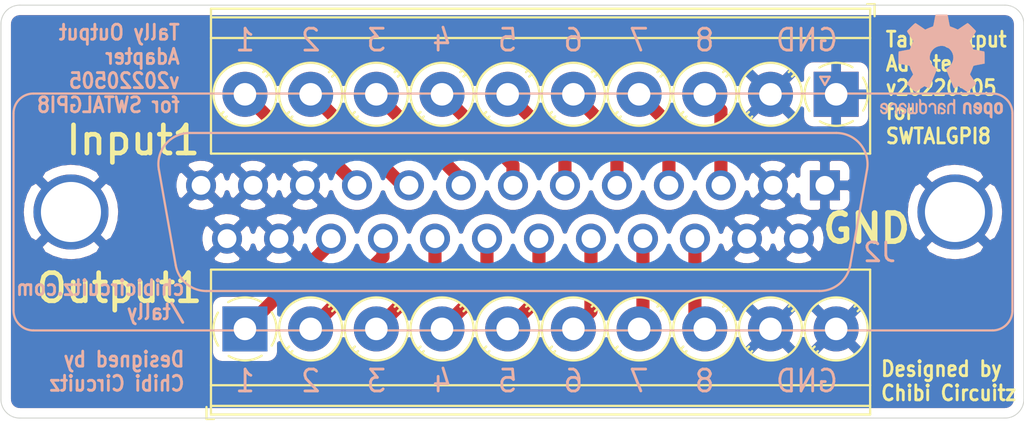
<source format=kicad_pcb>
(kicad_pcb (version 20171130) (host pcbnew "(5.1.9)-1")

  (general
    (thickness 1.6)
    (drawings 21)
    (tracks 34)
    (zones 0)
    (modules 4)
    (nets 18)
  )

  (page USLetter)
  (title_block
    (title "Tally Output Adapter board for SWTALGPI8")
    (date 2022-05-04)
    (rev 20220504-3)
    (company "Chibi Circuitz")
  )

  (layers
    (0 F.Cu signal)
    (31 B.Cu signal hide)
    (32 B.Adhes user hide)
    (33 F.Adhes user hide)
    (34 B.Paste user hide)
    (35 F.Paste user)
    (36 B.SilkS user hide)
    (37 F.SilkS user)
    (38 B.Mask user hide)
    (39 F.Mask user)
    (40 Dwgs.User user hide)
    (41 Cmts.User user hide)
    (42 Eco1.User user hide)
    (43 Eco2.User user hide)
    (44 Edge.Cuts user)
    (45 Margin user hide)
    (46 B.CrtYd user hide)
    (47 F.CrtYd user)
    (48 B.Fab user hide)
    (49 F.Fab user)
  )

  (setup
    (last_trace_width 0.7)
    (trace_clearance 0.2)
    (zone_clearance 0.508)
    (zone_45_only no)
    (trace_min 0.2)
    (via_size 0.8)
    (via_drill 0.4)
    (via_min_size 0.4)
    (via_min_drill 0.3)
    (uvia_size 0.3)
    (uvia_drill 0.1)
    (uvias_allowed no)
    (uvia_min_size 0.2)
    (uvia_min_drill 0.1)
    (edge_width 0.05)
    (segment_width 0.2)
    (pcb_text_width 0.3)
    (pcb_text_size 1.5 1.5)
    (mod_edge_width 0.12)
    (mod_text_size 1 1)
    (mod_text_width 0.15)
    (pad_size 4 4)
    (pad_drill 3.2)
    (pad_to_mask_clearance 0)
    (aux_axis_origin 0 0)
    (visible_elements 7FFFFFFF)
    (pcbplotparams
      (layerselection 0x010fc_ffffffff)
      (usegerberextensions false)
      (usegerberattributes true)
      (usegerberadvancedattributes true)
      (creategerberjobfile true)
      (excludeedgelayer true)
      (linewidth 0.100000)
      (plotframeref false)
      (viasonmask false)
      (mode 1)
      (useauxorigin false)
      (hpglpennumber 1)
      (hpglpenspeed 20)
      (hpglpendiameter 15.000000)
      (psnegative false)
      (psa4output false)
      (plotreference true)
      (plotvalue true)
      (plotinvisibletext false)
      (padsonsilk false)
      (subtractmaskfromsilk false)
      (outputformat 1)
      (mirror false)
      (drillshape 1)
      (scaleselection 1)
      (outputdirectory ""))
  )

  (net 0 "")
  (net 1 GND)
  (net 2 "Net-(J2-Pad23)")
  (net 3 "Net-(J2-Pad22)")
  (net 4 "Net-(J2-Pad21)")
  (net 5 "Net-(J2-Pad20)")
  (net 6 "Net-(J2-Pad19)")
  (net 7 "Net-(J2-Pad18)")
  (net 8 "Net-(J2-Pad17)")
  (net 9 "Net-(J2-Pad16)")
  (net 10 "Net-(Input1-Pad10)")
  (net 11 "Net-(Input1-Pad9)")
  (net 12 "Net-(Input1-Pad8)")
  (net 13 "Net-(Input1-Pad7)")
  (net 14 "Net-(Input1-Pad6)")
  (net 15 "Net-(Input1-Pad5)")
  (net 16 "Net-(Input1-Pad4)")
  (net 17 "Net-(Input1-Pad3)")

  (net_class Default "This is the default net class."
    (clearance 0.2)
    (trace_width 0.7)
    (via_dia 0.8)
    (via_drill 0.4)
    (uvia_dia 0.3)
    (uvia_drill 0.1)
    (add_net GND)
    (add_net "Net-(Input1-Pad10)")
    (add_net "Net-(Input1-Pad3)")
    (add_net "Net-(Input1-Pad4)")
    (add_net "Net-(Input1-Pad5)")
    (add_net "Net-(Input1-Pad6)")
    (add_net "Net-(Input1-Pad7)")
    (add_net "Net-(Input1-Pad8)")
    (add_net "Net-(Input1-Pad9)")
    (add_net "Net-(J2-Pad16)")
    (add_net "Net-(J2-Pad17)")
    (add_net "Net-(J2-Pad18)")
    (add_net "Net-(J2-Pad19)")
    (add_net "Net-(J2-Pad20)")
    (add_net "Net-(J2-Pad21)")
    (add_net "Net-(J2-Pad22)")
    (add_net "Net-(J2-Pad23)")
  )

  (module Symbol:OSHW-Logo2_7.3x6mm_SilkScreen (layer B.Cu) (tedit 0) (tstamp 62752AAE)
    (at 150.114 103.759 180)
    (descr "Open Source Hardware Symbol")
    (tags "Logo Symbol OSHW")
    (path /627D8A25)
    (attr virtual)
    (fp_text reference LOGO1 (at 0 0.381) (layer B.SilkS) hide
      (effects (font (size 0.2 0.2) (thickness 0.05)) (justify mirror))
    )
    (fp_text value Logo_Open_Hardware_Small (at 0 -1.397) (layer B.Fab) hide
      (effects (font (size 0.1 0.1) (thickness 0.025)) (justify mirror))
    )
    (fp_poly (pts (xy -2.400256 -1.919918) (xy -2.344799 -1.947568) (xy -2.295852 -1.99848) (xy -2.282371 -2.017338)
      (xy -2.267686 -2.042015) (xy -2.258158 -2.068816) (xy -2.252707 -2.104587) (xy -2.250253 -2.156169)
      (xy -2.249714 -2.224267) (xy -2.252148 -2.317588) (xy -2.260606 -2.387657) (xy -2.276826 -2.439931)
      (xy -2.302546 -2.479869) (xy -2.339503 -2.512929) (xy -2.342218 -2.514886) (xy -2.37864 -2.534908)
      (xy -2.422498 -2.544815) (xy -2.478276 -2.547257) (xy -2.568952 -2.547257) (xy -2.56899 -2.635283)
      (xy -2.569834 -2.684308) (xy -2.574976 -2.713065) (xy -2.588413 -2.730311) (xy -2.614142 -2.744808)
      (xy -2.620321 -2.747769) (xy -2.649236 -2.761648) (xy -2.671624 -2.770414) (xy -2.688271 -2.771171)
      (xy -2.699964 -2.761023) (xy -2.70749 -2.737073) (xy -2.711634 -2.696426) (xy -2.713185 -2.636186)
      (xy -2.712929 -2.553455) (xy -2.711651 -2.445339) (xy -2.711252 -2.413) (xy -2.709815 -2.301524)
      (xy -2.708528 -2.228603) (xy -2.569029 -2.228603) (xy -2.568245 -2.290499) (xy -2.56476 -2.330997)
      (xy -2.556876 -2.357708) (xy -2.542895 -2.378244) (xy -2.533403 -2.38826) (xy -2.494596 -2.417567)
      (xy -2.460237 -2.419952) (xy -2.424784 -2.39575) (xy -2.423886 -2.394857) (xy -2.409461 -2.376153)
      (xy -2.400687 -2.350732) (xy -2.396261 -2.311584) (xy -2.394882 -2.251697) (xy -2.394857 -2.23843)
      (xy -2.398188 -2.155901) (xy -2.409031 -2.098691) (xy -2.42866 -2.063766) (xy -2.45835 -2.048094)
      (xy -2.475509 -2.046514) (xy -2.516234 -2.053926) (xy -2.544168 -2.07833) (xy -2.560983 -2.12298)
      (xy -2.56835 -2.19113) (xy -2.569029 -2.228603) (xy -2.708528 -2.228603) (xy -2.708292 -2.215245)
      (xy -2.706323 -2.150333) (xy -2.70355 -2.102958) (xy -2.699612 -2.06929) (xy -2.694151 -2.045498)
      (xy -2.686808 -2.027753) (xy -2.677223 -2.012224) (xy -2.673113 -2.006381) (xy -2.618595 -1.951185)
      (xy -2.549664 -1.91989) (xy -2.469928 -1.911165) (xy -2.400256 -1.919918)) (layer B.SilkS) (width 0.01))
    (fp_poly (pts (xy -1.283907 -1.92778) (xy -1.237328 -1.954723) (xy -1.204943 -1.981466) (xy -1.181258 -2.009484)
      (xy -1.164941 -2.043748) (xy -1.154661 -2.089227) (xy -1.149086 -2.150892) (xy -1.146884 -2.233711)
      (xy -1.146629 -2.293246) (xy -1.146629 -2.512391) (xy -1.208314 -2.540044) (xy -1.27 -2.567697)
      (xy -1.277257 -2.32767) (xy -1.280256 -2.238028) (xy -1.283402 -2.172962) (xy -1.287299 -2.128026)
      (xy -1.292553 -2.09877) (xy -1.299769 -2.080748) (xy -1.30955 -2.069511) (xy -1.312688 -2.067079)
      (xy -1.360239 -2.048083) (xy -1.408303 -2.0556) (xy -1.436914 -2.075543) (xy -1.448553 -2.089675)
      (xy -1.456609 -2.10822) (xy -1.461729 -2.136334) (xy -1.464559 -2.179173) (xy -1.465744 -2.241895)
      (xy -1.465943 -2.307261) (xy -1.465982 -2.389268) (xy -1.467386 -2.447316) (xy -1.472086 -2.486465)
      (xy -1.482013 -2.51178) (xy -1.499097 -2.528323) (xy -1.525268 -2.541156) (xy -1.560225 -2.554491)
      (xy -1.598404 -2.569007) (xy -1.593859 -2.311389) (xy -1.592029 -2.218519) (xy -1.589888 -2.149889)
      (xy -1.586819 -2.100711) (xy -1.582206 -2.066198) (xy -1.575432 -2.041562) (xy -1.565881 -2.022016)
      (xy -1.554366 -2.00477) (xy -1.49881 -1.94968) (xy -1.43102 -1.917822) (xy -1.357287 -1.910191)
      (xy -1.283907 -1.92778)) (layer B.SilkS) (width 0.01))
    (fp_poly (pts (xy -2.958885 -1.921962) (xy -2.890855 -1.957733) (xy -2.840649 -2.015301) (xy -2.822815 -2.052312)
      (xy -2.808937 -2.107882) (xy -2.801833 -2.178096) (xy -2.80116 -2.254727) (xy -2.806573 -2.329552)
      (xy -2.81773 -2.394342) (xy -2.834286 -2.440873) (xy -2.839374 -2.448887) (xy -2.899645 -2.508707)
      (xy -2.971231 -2.544535) (xy -3.048908 -2.55502) (xy -3.127452 -2.53881) (xy -3.149311 -2.529092)
      (xy -3.191878 -2.499143) (xy -3.229237 -2.459433) (xy -3.232768 -2.454397) (xy -3.247119 -2.430124)
      (xy -3.256606 -2.404178) (xy -3.26221 -2.370022) (xy -3.264914 -2.321119) (xy -3.265701 -2.250935)
      (xy -3.265714 -2.2352) (xy -3.265678 -2.230192) (xy -3.120571 -2.230192) (xy -3.119727 -2.29643)
      (xy -3.116404 -2.340386) (xy -3.109417 -2.368779) (xy -3.097584 -2.388325) (xy -3.091543 -2.394857)
      (xy -3.056814 -2.41968) (xy -3.023097 -2.418548) (xy -2.989005 -2.397016) (xy -2.968671 -2.374029)
      (xy -2.956629 -2.340478) (xy -2.949866 -2.287569) (xy -2.949402 -2.281399) (xy -2.948248 -2.185513)
      (xy -2.960312 -2.114299) (xy -2.98543 -2.068194) (xy -3.02344 -2.047635) (xy -3.037008 -2.046514)
      (xy -3.072636 -2.052152) (xy -3.097006 -2.071686) (xy -3.111907 -2.109042) (xy -3.119125 -2.16815)
      (xy -3.120571 -2.230192) (xy -3.265678 -2.230192) (xy -3.265174 -2.160413) (xy -3.262904 -2.108159)
      (xy -3.257932 -2.071949) (xy -3.249287 -2.045299) (xy -3.235995 -2.021722) (xy -3.233057 -2.017338)
      (xy -3.183687 -1.958249) (xy -3.129891 -1.923947) (xy -3.064398 -1.910331) (xy -3.042158 -1.909665)
      (xy -2.958885 -1.921962)) (layer B.SilkS) (width 0.01))
    (fp_poly (pts (xy -1.831697 -1.931239) (xy -1.774473 -1.969735) (xy -1.730251 -2.025335) (xy -1.703833 -2.096086)
      (xy -1.69849 -2.148162) (xy -1.699097 -2.169893) (xy -1.704178 -2.186531) (xy -1.718145 -2.201437)
      (xy -1.745411 -2.217973) (xy -1.790388 -2.239498) (xy -1.857489 -2.269374) (xy -1.857829 -2.269524)
      (xy -1.919593 -2.297813) (xy -1.970241 -2.322933) (xy -2.004596 -2.342179) (xy -2.017482 -2.352848)
      (xy -2.017486 -2.352934) (xy -2.006128 -2.376166) (xy -1.979569 -2.401774) (xy -1.949077 -2.420221)
      (xy -1.93363 -2.423886) (xy -1.891485 -2.411212) (xy -1.855192 -2.379471) (xy -1.837483 -2.344572)
      (xy -1.820448 -2.318845) (xy -1.787078 -2.289546) (xy -1.747851 -2.264235) (xy -1.713244 -2.250471)
      (xy -1.706007 -2.249714) (xy -1.697861 -2.26216) (xy -1.69737 -2.293972) (xy -1.703357 -2.336866)
      (xy -1.714643 -2.382558) (xy -1.73005 -2.422761) (xy -1.730829 -2.424322) (xy -1.777196 -2.489062)
      (xy -1.837289 -2.533097) (xy -1.905535 -2.554711) (xy -1.976362 -2.552185) (xy -2.044196 -2.523804)
      (xy -2.047212 -2.521808) (xy -2.100573 -2.473448) (xy -2.13566 -2.410352) (xy -2.155078 -2.327387)
      (xy -2.157684 -2.304078) (xy -2.162299 -2.194055) (xy -2.156767 -2.142748) (xy -2.017486 -2.142748)
      (xy -2.015676 -2.174753) (xy -2.005778 -2.184093) (xy -1.981102 -2.177105) (xy -1.942205 -2.160587)
      (xy -1.898725 -2.139881) (xy -1.897644 -2.139333) (xy -1.860791 -2.119949) (xy -1.846 -2.107013)
      (xy -1.849647 -2.093451) (xy -1.865005 -2.075632) (xy -1.904077 -2.049845) (xy -1.946154 -2.04795)
      (xy -1.983897 -2.066717) (xy -2.009966 -2.102915) (xy -2.017486 -2.142748) (xy -2.156767 -2.142748)
      (xy -2.152806 -2.106027) (xy -2.12845 -2.036212) (xy -2.094544 -1.987302) (xy -2.033347 -1.937878)
      (xy -1.965937 -1.913359) (xy -1.89712 -1.911797) (xy -1.831697 -1.931239)) (layer B.SilkS) (width 0.01))
    (fp_poly (pts (xy -0.624114 -1.851289) (xy -0.619861 -1.910613) (xy -0.614975 -1.945572) (xy -0.608205 -1.96082)
      (xy -0.598298 -1.961015) (xy -0.595086 -1.959195) (xy -0.552356 -1.946015) (xy -0.496773 -1.946785)
      (xy -0.440263 -1.960333) (xy -0.404918 -1.977861) (xy -0.368679 -2.005861) (xy -0.342187 -2.037549)
      (xy -0.324001 -2.077813) (xy -0.312678 -2.131543) (xy -0.306778 -2.203626) (xy -0.304857 -2.298951)
      (xy -0.304823 -2.317237) (xy -0.3048 -2.522646) (xy -0.350509 -2.53858) (xy -0.382973 -2.54942)
      (xy -0.400785 -2.554468) (xy -0.401309 -2.554514) (xy -0.403063 -2.540828) (xy -0.404556 -2.503076)
      (xy -0.405674 -2.446224) (xy -0.406303 -2.375234) (xy -0.4064 -2.332073) (xy -0.406602 -2.246973)
      (xy -0.407642 -2.185981) (xy -0.410169 -2.144177) (xy -0.414836 -2.116642) (xy -0.422293 -2.098456)
      (xy -0.433189 -2.084698) (xy -0.439993 -2.078073) (xy -0.486728 -2.051375) (xy -0.537728 -2.049375)
      (xy -0.583999 -2.071955) (xy -0.592556 -2.080107) (xy -0.605107 -2.095436) (xy -0.613812 -2.113618)
      (xy -0.619369 -2.139909) (xy -0.622474 -2.179562) (xy -0.623824 -2.237832) (xy -0.624114 -2.318173)
      (xy -0.624114 -2.522646) (xy -0.669823 -2.53858) (xy -0.702287 -2.54942) (xy -0.720099 -2.554468)
      (xy -0.720623 -2.554514) (xy -0.721963 -2.540623) (xy -0.723172 -2.501439) (xy -0.724199 -2.4407)
      (xy -0.724998 -2.362141) (xy -0.725519 -2.269498) (xy -0.725714 -2.166509) (xy -0.725714 -1.769342)
      (xy -0.678543 -1.749444) (xy -0.631371 -1.729547) (xy -0.624114 -1.851289)) (layer B.SilkS) (width 0.01))
    (fp_poly (pts (xy 0.039744 -1.950968) (xy 0.096616 -1.972087) (xy 0.097267 -1.972493) (xy 0.13244 -1.99838)
      (xy 0.158407 -2.028633) (xy 0.17667 -2.068058) (xy 0.188732 -2.121462) (xy 0.196096 -2.193651)
      (xy 0.200264 -2.289432) (xy 0.200629 -2.303078) (xy 0.205876 -2.508842) (xy 0.161716 -2.531678)
      (xy 0.129763 -2.54711) (xy 0.11047 -2.554423) (xy 0.109578 -2.554514) (xy 0.106239 -2.541022)
      (xy 0.103587 -2.504626) (xy 0.101956 -2.451452) (xy 0.1016 -2.408393) (xy 0.101592 -2.338641)
      (xy 0.098403 -2.294837) (xy 0.087288 -2.273944) (xy 0.063501 -2.272925) (xy 0.022296 -2.288741)
      (xy -0.039914 -2.317815) (xy -0.085659 -2.341963) (xy -0.109187 -2.362913) (xy -0.116104 -2.385747)
      (xy -0.116114 -2.386877) (xy -0.104701 -2.426212) (xy -0.070908 -2.447462) (xy -0.019191 -2.450539)
      (xy 0.018061 -2.450006) (xy 0.037703 -2.460735) (xy 0.049952 -2.486505) (xy 0.057002 -2.519337)
      (xy 0.046842 -2.537966) (xy 0.043017 -2.540632) (xy 0.007001 -2.55134) (xy -0.043434 -2.552856)
      (xy -0.095374 -2.545759) (xy -0.132178 -2.532788) (xy -0.183062 -2.489585) (xy -0.211986 -2.429446)
      (xy -0.217714 -2.382462) (xy -0.213343 -2.340082) (xy -0.197525 -2.305488) (xy -0.166203 -2.274763)
      (xy -0.115322 -2.24399) (xy -0.040824 -2.209252) (xy -0.036286 -2.207288) (xy 0.030821 -2.176287)
      (xy 0.072232 -2.150862) (xy 0.089981 -2.128014) (xy 0.086107 -2.104745) (xy 0.062643 -2.078056)
      (xy 0.055627 -2.071914) (xy 0.00863 -2.0481) (xy -0.040067 -2.049103) (xy -0.082478 -2.072451)
      (xy -0.110616 -2.115675) (xy -0.113231 -2.12416) (xy -0.138692 -2.165308) (xy -0.170999 -2.185128)
      (xy -0.217714 -2.20477) (xy -0.217714 -2.15395) (xy -0.203504 -2.080082) (xy -0.161325 -2.012327)
      (xy -0.139376 -1.989661) (xy -0.089483 -1.960569) (xy -0.026033 -1.9474) (xy 0.039744 -1.950968)) (layer B.SilkS) (width 0.01))
    (fp_poly (pts (xy 0.529926 -1.949755) (xy 0.595858 -1.974084) (xy 0.649273 -2.017117) (xy 0.670164 -2.047409)
      (xy 0.692939 -2.102994) (xy 0.692466 -2.143186) (xy 0.668562 -2.170217) (xy 0.659717 -2.174813)
      (xy 0.62153 -2.189144) (xy 0.602028 -2.185472) (xy 0.595422 -2.161407) (xy 0.595086 -2.148114)
      (xy 0.582992 -2.09921) (xy 0.551471 -2.064999) (xy 0.507659 -2.048476) (xy 0.458695 -2.052634)
      (xy 0.418894 -2.074227) (xy 0.40545 -2.086544) (xy 0.395921 -2.101487) (xy 0.389485 -2.124075)
      (xy 0.385317 -2.159328) (xy 0.382597 -2.212266) (xy 0.380502 -2.287907) (xy 0.37996 -2.311857)
      (xy 0.377981 -2.39379) (xy 0.375731 -2.451455) (xy 0.372357 -2.489608) (xy 0.367006 -2.513004)
      (xy 0.358824 -2.526398) (xy 0.346959 -2.534545) (xy 0.339362 -2.538144) (xy 0.307102 -2.550452)
      (xy 0.288111 -2.554514) (xy 0.281836 -2.540948) (xy 0.278006 -2.499934) (xy 0.2766 -2.430999)
      (xy 0.277598 -2.333669) (xy 0.277908 -2.318657) (xy 0.280101 -2.229859) (xy 0.282693 -2.165019)
      (xy 0.286382 -2.119067) (xy 0.291864 -2.086935) (xy 0.299835 -2.063553) (xy 0.310993 -2.043852)
      (xy 0.31683 -2.03541) (xy 0.350296 -1.998057) (xy 0.387727 -1.969003) (xy 0.392309 -1.966467)
      (xy 0.459426 -1.946443) (xy 0.529926 -1.949755)) (layer B.SilkS) (width 0.01))
    (fp_poly (pts (xy 1.190117 -2.065358) (xy 1.189933 -2.173837) (xy 1.189219 -2.257287) (xy 1.187675 -2.319704)
      (xy 1.185001 -2.365085) (xy 1.180894 -2.397429) (xy 1.175055 -2.420733) (xy 1.167182 -2.438995)
      (xy 1.161221 -2.449418) (xy 1.111855 -2.505945) (xy 1.049264 -2.541377) (xy 0.980013 -2.55409)
      (xy 0.910668 -2.542463) (xy 0.869375 -2.521568) (xy 0.826025 -2.485422) (xy 0.796481 -2.441276)
      (xy 0.778655 -2.383462) (xy 0.770463 -2.306313) (xy 0.769302 -2.249714) (xy 0.769458 -2.245647)
      (xy 0.870857 -2.245647) (xy 0.871476 -2.31055) (xy 0.874314 -2.353514) (xy 0.88084 -2.381622)
      (xy 0.892523 -2.401953) (xy 0.906483 -2.417288) (xy 0.953365 -2.44689) (xy 1.003701 -2.449419)
      (xy 1.051276 -2.424705) (xy 1.054979 -2.421356) (xy 1.070783 -2.403935) (xy 1.080693 -2.383209)
      (xy 1.086058 -2.352362) (xy 1.088228 -2.304577) (xy 1.088571 -2.251748) (xy 1.087827 -2.185381)
      (xy 1.084748 -2.141106) (xy 1.078061 -2.112009) (xy 1.066496 -2.091173) (xy 1.057013 -2.080107)
      (xy 1.01296 -2.052198) (xy 0.962224 -2.048843) (xy 0.913796 -2.070159) (xy 0.90445 -2.078073)
      (xy 0.88854 -2.095647) (xy 0.87861 -2.116587) (xy 0.873278 -2.147782) (xy 0.871163 -2.196122)
      (xy 0.870857 -2.245647) (xy 0.769458 -2.245647) (xy 0.77281 -2.158568) (xy 0.784726 -2.090086)
      (xy 0.807135 -2.0386) (xy 0.842124 -1.998443) (xy 0.869375 -1.977861) (xy 0.918907 -1.955625)
      (xy 0.976316 -1.945304) (xy 1.029682 -1.948067) (xy 1.059543 -1.959212) (xy 1.071261 -1.962383)
      (xy 1.079037 -1.950557) (xy 1.084465 -1.918866) (xy 1.088571 -1.870593) (xy 1.093067 -1.816829)
      (xy 1.099313 -1.784482) (xy 1.110676 -1.765985) (xy 1.130528 -1.75377) (xy 1.143 -1.748362)
      (xy 1.190171 -1.728601) (xy 1.190117 -2.065358)) (layer B.SilkS) (width 0.01))
    (fp_poly (pts (xy 1.779833 -1.958663) (xy 1.782048 -1.99685) (xy 1.783784 -2.054886) (xy 1.784899 -2.12818)
      (xy 1.785257 -2.205055) (xy 1.785257 -2.465196) (xy 1.739326 -2.511127) (xy 1.707675 -2.539429)
      (xy 1.67989 -2.550893) (xy 1.641915 -2.550168) (xy 1.62684 -2.548321) (xy 1.579726 -2.542948)
      (xy 1.540756 -2.539869) (xy 1.531257 -2.539585) (xy 1.499233 -2.541445) (xy 1.453432 -2.546114)
      (xy 1.435674 -2.548321) (xy 1.392057 -2.551735) (xy 1.362745 -2.54432) (xy 1.33368 -2.521427)
      (xy 1.323188 -2.511127) (xy 1.277257 -2.465196) (xy 1.277257 -1.978602) (xy 1.314226 -1.961758)
      (xy 1.346059 -1.949282) (xy 1.364683 -1.944914) (xy 1.369458 -1.958718) (xy 1.373921 -1.997286)
      (xy 1.377775 -2.056356) (xy 1.380722 -2.131663) (xy 1.382143 -2.195286) (xy 1.386114 -2.445657)
      (xy 1.420759 -2.450556) (xy 1.452268 -2.447131) (xy 1.467708 -2.436041) (xy 1.472023 -2.415308)
      (xy 1.475708 -2.371145) (xy 1.478469 -2.309146) (xy 1.480012 -2.234909) (xy 1.480235 -2.196706)
      (xy 1.480457 -1.976783) (xy 1.526166 -1.960849) (xy 1.558518 -1.950015) (xy 1.576115 -1.944962)
      (xy 1.576623 -1.944914) (xy 1.578388 -1.958648) (xy 1.580329 -1.99673) (xy 1.582282 -2.054482)
      (xy 1.584084 -2.127227) (xy 1.585343 -2.195286) (xy 1.589314 -2.445657) (xy 1.6764 -2.445657)
      (xy 1.680396 -2.21724) (xy 1.684392 -1.988822) (xy 1.726847 -1.966868) (xy 1.758192 -1.951793)
      (xy 1.776744 -1.944951) (xy 1.777279 -1.944914) (xy 1.779833 -1.958663)) (layer B.SilkS) (width 0.01))
    (fp_poly (pts (xy 2.144876 -1.956335) (xy 2.186667 -1.975344) (xy 2.219469 -1.998378) (xy 2.243503 -2.024133)
      (xy 2.260097 -2.057358) (xy 2.270577 -2.1028) (xy 2.276271 -2.165207) (xy 2.278507 -2.249327)
      (xy 2.278743 -2.304721) (xy 2.278743 -2.520826) (xy 2.241774 -2.53767) (xy 2.212656 -2.549981)
      (xy 2.198231 -2.554514) (xy 2.195472 -2.541025) (xy 2.193282 -2.504653) (xy 2.191942 -2.451542)
      (xy 2.191657 -2.409372) (xy 2.190434 -2.348447) (xy 2.187136 -2.300115) (xy 2.182321 -2.270518)
      (xy 2.178496 -2.264229) (xy 2.152783 -2.270652) (xy 2.112418 -2.287125) (xy 2.065679 -2.309458)
      (xy 2.020845 -2.333457) (xy 1.986193 -2.35493) (xy 1.970002 -2.369685) (xy 1.969938 -2.369845)
      (xy 1.97133 -2.397152) (xy 1.983818 -2.423219) (xy 2.005743 -2.444392) (xy 2.037743 -2.451474)
      (xy 2.065092 -2.450649) (xy 2.103826 -2.450042) (xy 2.124158 -2.459116) (xy 2.136369 -2.483092)
      (xy 2.137909 -2.487613) (xy 2.143203 -2.521806) (xy 2.129047 -2.542568) (xy 2.092148 -2.552462)
      (xy 2.052289 -2.554292) (xy 1.980562 -2.540727) (xy 1.943432 -2.521355) (xy 1.897576 -2.475845)
      (xy 1.873256 -2.419983) (xy 1.871073 -2.360957) (xy 1.891629 -2.305953) (xy 1.922549 -2.271486)
      (xy 1.95342 -2.252189) (xy 2.001942 -2.227759) (xy 2.058485 -2.202985) (xy 2.06791 -2.199199)
      (xy 2.130019 -2.171791) (xy 2.165822 -2.147634) (xy 2.177337 -2.123619) (xy 2.16658 -2.096635)
      (xy 2.148114 -2.075543) (xy 2.104469 -2.049572) (xy 2.056446 -2.047624) (xy 2.012406 -2.067637)
      (xy 1.980709 -2.107551) (xy 1.976549 -2.117848) (xy 1.952327 -2.155724) (xy 1.916965 -2.183842)
      (xy 1.872343 -2.206917) (xy 1.872343 -2.141485) (xy 1.874969 -2.101506) (xy 1.88623 -2.069997)
      (xy 1.911199 -2.036378) (xy 1.935169 -2.010484) (xy 1.972441 -1.973817) (xy 2.001401 -1.954121)
      (xy 2.032505 -1.94622) (xy 2.067713 -1.944914) (xy 2.144876 -1.956335)) (layer B.SilkS) (width 0.01))
    (fp_poly (pts (xy 2.6526 -1.958752) (xy 2.669948 -1.966334) (xy 2.711356 -1.999128) (xy 2.746765 -2.046547)
      (xy 2.768664 -2.097151) (xy 2.772229 -2.122098) (xy 2.760279 -2.156927) (xy 2.734067 -2.175357)
      (xy 2.705964 -2.186516) (xy 2.693095 -2.188572) (xy 2.686829 -2.173649) (xy 2.674456 -2.141175)
      (xy 2.669028 -2.126502) (xy 2.63859 -2.075744) (xy 2.59452 -2.050427) (xy 2.53801 -2.051206)
      (xy 2.533825 -2.052203) (xy 2.503655 -2.066507) (xy 2.481476 -2.094393) (xy 2.466327 -2.139287)
      (xy 2.45725 -2.204615) (xy 2.453286 -2.293804) (xy 2.452914 -2.341261) (xy 2.45273 -2.416071)
      (xy 2.451522 -2.467069) (xy 2.448309 -2.499471) (xy 2.442109 -2.518495) (xy 2.43194 -2.529356)
      (xy 2.416819 -2.537272) (xy 2.415946 -2.53767) (xy 2.386828 -2.549981) (xy 2.372403 -2.554514)
      (xy 2.370186 -2.540809) (xy 2.368289 -2.502925) (xy 2.366847 -2.445715) (xy 2.365998 -2.374027)
      (xy 2.365829 -2.321565) (xy 2.366692 -2.220047) (xy 2.37007 -2.143032) (xy 2.377142 -2.086023)
      (xy 2.389088 -2.044526) (xy 2.40709 -2.014043) (xy 2.432327 -1.99008) (xy 2.457247 -1.973355)
      (xy 2.517171 -1.951097) (xy 2.586911 -1.946076) (xy 2.6526 -1.958752)) (layer B.SilkS) (width 0.01))
    (fp_poly (pts (xy 3.153595 -1.966966) (xy 3.211021 -2.004497) (xy 3.238719 -2.038096) (xy 3.260662 -2.099064)
      (xy 3.262405 -2.147308) (xy 3.258457 -2.211816) (xy 3.109686 -2.276934) (xy 3.037349 -2.310202)
      (xy 2.990084 -2.336964) (xy 2.965507 -2.360144) (xy 2.961237 -2.382667) (xy 2.974889 -2.407455)
      (xy 2.989943 -2.423886) (xy 3.033746 -2.450235) (xy 3.081389 -2.452081) (xy 3.125145 -2.431546)
      (xy 3.157289 -2.390752) (xy 3.163038 -2.376347) (xy 3.190576 -2.331356) (xy 3.222258 -2.312182)
      (xy 3.265714 -2.295779) (xy 3.265714 -2.357966) (xy 3.261872 -2.400283) (xy 3.246823 -2.435969)
      (xy 3.21528 -2.476943) (xy 3.210592 -2.482267) (xy 3.175506 -2.51872) (xy 3.145347 -2.538283)
      (xy 3.107615 -2.547283) (xy 3.076335 -2.55023) (xy 3.020385 -2.550965) (xy 2.980555 -2.54166)
      (xy 2.955708 -2.527846) (xy 2.916656 -2.497467) (xy 2.889625 -2.464613) (xy 2.872517 -2.423294)
      (xy 2.863238 -2.367521) (xy 2.859693 -2.291305) (xy 2.85941 -2.252622) (xy 2.860372 -2.206247)
      (xy 2.948007 -2.206247) (xy 2.949023 -2.231126) (xy 2.951556 -2.2352) (xy 2.968274 -2.229665)
      (xy 3.004249 -2.215017) (xy 3.052331 -2.19419) (xy 3.062386 -2.189714) (xy 3.123152 -2.158814)
      (xy 3.156632 -2.131657) (xy 3.16399 -2.10622) (xy 3.146391 -2.080481) (xy 3.131856 -2.069109)
      (xy 3.07941 -2.046364) (xy 3.030322 -2.050122) (xy 2.989227 -2.077884) (xy 2.960758 -2.127152)
      (xy 2.951631 -2.166257) (xy 2.948007 -2.206247) (xy 2.860372 -2.206247) (xy 2.861285 -2.162249)
      (xy 2.868196 -2.095384) (xy 2.881884 -2.046695) (xy 2.904096 -2.010849) (xy 2.936574 -1.982513)
      (xy 2.950733 -1.973355) (xy 3.015053 -1.949507) (xy 3.085473 -1.948006) (xy 3.153595 -1.966966)) (layer B.SilkS) (width 0.01))
    (fp_poly (pts (xy 0.10391 2.757652) (xy 0.182454 2.757222) (xy 0.239298 2.756058) (xy 0.278105 2.753793)
      (xy 0.302538 2.75006) (xy 0.316262 2.744494) (xy 0.32294 2.736727) (xy 0.326236 2.726395)
      (xy 0.326556 2.725057) (xy 0.331562 2.700921) (xy 0.340829 2.653299) (xy 0.353392 2.587259)
      (xy 0.368287 2.507872) (xy 0.384551 2.420204) (xy 0.385119 2.417125) (xy 0.40141 2.331211)
      (xy 0.416652 2.255304) (xy 0.429861 2.193955) (xy 0.440054 2.151718) (xy 0.446248 2.133145)
      (xy 0.446543 2.132816) (xy 0.464788 2.123747) (xy 0.502405 2.108633) (xy 0.551271 2.090738)
      (xy 0.551543 2.090642) (xy 0.613093 2.067507) (xy 0.685657 2.038035) (xy 0.754057 2.008403)
      (xy 0.757294 2.006938) (xy 0.868702 1.956374) (xy 1.115399 2.12484) (xy 1.191077 2.176197)
      (xy 1.259631 2.222111) (xy 1.317088 2.25997) (xy 1.359476 2.287163) (xy 1.382825 2.301079)
      (xy 1.385042 2.302111) (xy 1.40201 2.297516) (xy 1.433701 2.275345) (xy 1.481352 2.234553)
      (xy 1.546198 2.174095) (xy 1.612397 2.109773) (xy 1.676214 2.046388) (xy 1.733329 1.988549)
      (xy 1.780305 1.939825) (xy 1.813703 1.90379) (xy 1.830085 1.884016) (xy 1.830694 1.882998)
      (xy 1.832505 1.869428) (xy 1.825683 1.847267) (xy 1.80854 1.813522) (xy 1.779393 1.7652)
      (xy 1.736555 1.699308) (xy 1.679448 1.614483) (xy 1.628766 1.539823) (xy 1.583461 1.47286)
      (xy 1.54615 1.417484) (xy 1.519452 1.37758) (xy 1.505985 1.357038) (xy 1.505137 1.355644)
      (xy 1.506781 1.335962) (xy 1.519245 1.297707) (xy 1.540048 1.248111) (xy 1.547462 1.232272)
      (xy 1.579814 1.16171) (xy 1.614328 1.081647) (xy 1.642365 1.012371) (xy 1.662568 0.960955)
      (xy 1.678615 0.921881) (xy 1.687888 0.901459) (xy 1.689041 0.899886) (xy 1.706096 0.897279)
      (xy 1.746298 0.890137) (xy 1.804302 0.879477) (xy 1.874763 0.866315) (xy 1.952335 0.851667)
      (xy 2.031672 0.836551) (xy 2.107431 0.821982) (xy 2.174264 0.808978) (xy 2.226828 0.798555)
      (xy 2.259776 0.79173) (xy 2.267857 0.789801) (xy 2.276205 0.785038) (xy 2.282506 0.774282)
      (xy 2.287045 0.753902) (xy 2.290104 0.720266) (xy 2.291967 0.669745) (xy 2.292918 0.598708)
      (xy 2.29324 0.503524) (xy 2.293257 0.464508) (xy 2.293257 0.147201) (xy 2.217057 0.132161)
      (xy 2.174663 0.124005) (xy 2.1114 0.112101) (xy 2.034962 0.097884) (xy 1.953043 0.08279)
      (xy 1.9304 0.078645) (xy 1.854806 0.063947) (xy 1.788953 0.049495) (xy 1.738366 0.036625)
      (xy 1.708574 0.026678) (xy 1.703612 0.023713) (xy 1.691426 0.002717) (xy 1.673953 -0.037967)
      (xy 1.654577 -0.090322) (xy 1.650734 -0.1016) (xy 1.625339 -0.171523) (xy 1.593817 -0.250418)
      (xy 1.562969 -0.321266) (xy 1.562817 -0.321595) (xy 1.511447 -0.432733) (xy 1.680399 -0.681253)
      (xy 1.849352 -0.929772) (xy 1.632429 -1.147058) (xy 1.566819 -1.211726) (xy 1.506979 -1.268733)
      (xy 1.456267 -1.315033) (xy 1.418046 -1.347584) (xy 1.395675 -1.363343) (xy 1.392466 -1.364343)
      (xy 1.373626 -1.356469) (xy 1.33518 -1.334578) (xy 1.28133 -1.301267) (xy 1.216276 -1.259131)
      (xy 1.14594 -1.211943) (xy 1.074555 -1.16381) (xy 1.010908 -1.121928) (xy 0.959041 -1.088871)
      (xy 0.922995 -1.067218) (xy 0.906867 -1.059543) (xy 0.887189 -1.066037) (xy 0.849875 -1.08315)
      (xy 0.802621 -1.107326) (xy 0.797612 -1.110013) (xy 0.733977 -1.141927) (xy 0.690341 -1.157579)
      (xy 0.663202 -1.157745) (xy 0.649057 -1.143204) (xy 0.648975 -1.143) (xy 0.641905 -1.125779)
      (xy 0.625042 -1.084899) (xy 0.599695 -1.023525) (xy 0.567171 -0.944819) (xy 0.528778 -0.851947)
      (xy 0.485822 -0.748072) (xy 0.444222 -0.647502) (xy 0.398504 -0.536516) (xy 0.356526 -0.433703)
      (xy 0.319548 -0.342215) (xy 0.288827 -0.265201) (xy 0.265622 -0.205815) (xy 0.25119 -0.167209)
      (xy 0.246743 -0.1528) (xy 0.257896 -0.136272) (xy 0.287069 -0.10993) (xy 0.325971 -0.080887)
      (xy 0.436757 0.010961) (xy 0.523351 0.116241) (xy 0.584716 0.232734) (xy 0.619815 0.358224)
      (xy 0.627608 0.490493) (xy 0.621943 0.551543) (xy 0.591078 0.678205) (xy 0.53792 0.790059)
      (xy 0.465767 0.885999) (xy 0.377917 0.964924) (xy 0.277665 1.02573) (xy 0.16831 1.067313)
      (xy 0.053147 1.088572) (xy -0.064525 1.088401) (xy -0.18141 1.065699) (xy -0.294211 1.019362)
      (xy -0.399631 0.948287) (xy -0.443632 0.908089) (xy -0.528021 0.804871) (xy -0.586778 0.692075)
      (xy -0.620296 0.57299) (xy -0.628965 0.450905) (xy -0.613177 0.329107) (xy -0.573322 0.210884)
      (xy -0.509793 0.099525) (xy -0.422979 -0.001684) (xy -0.325971 -0.080887) (xy -0.285563 -0.111162)
      (xy -0.257018 -0.137219) (xy -0.246743 -0.152825) (xy -0.252123 -0.169843) (xy -0.267425 -0.2105)
      (xy -0.291388 -0.271642) (xy -0.322756 -0.350119) (xy -0.360268 -0.44278) (xy -0.402667 -0.546472)
      (xy -0.444337 -0.647526) (xy -0.49031 -0.758607) (xy -0.532893 -0.861541) (xy -0.570779 -0.953165)
      (xy -0.60266 -1.030316) (xy -0.627229 -1.089831) (xy -0.64318 -1.128544) (xy -0.64909 -1.143)
      (xy -0.663052 -1.157685) (xy -0.69006 -1.157642) (xy -0.733587 -1.142099) (xy -0.79711 -1.110284)
      (xy -0.797612 -1.110013) (xy -0.84544 -1.085323) (xy -0.884103 -1.067338) (xy -0.905905 -1.059614)
      (xy -0.906867 -1.059543) (xy -0.923279 -1.067378) (xy -0.959513 -1.089165) (xy -1.011526 -1.122328)
      (xy -1.075275 -1.164291) (xy -1.14594 -1.211943) (xy -1.217884 -1.260191) (xy -1.282726 -1.302151)
      (xy -1.336265 -1.335227) (xy -1.374303 -1.356821) (xy -1.392467 -1.364343) (xy -1.409192 -1.354457)
      (xy -1.44282 -1.326826) (xy -1.48999 -1.284495) (xy -1.547342 -1.230505) (xy -1.611516 -1.167899)
      (xy -1.632503 -1.146983) (xy -1.849501 -0.929623) (xy -1.684332 -0.68722) (xy -1.634136 -0.612781)
      (xy -1.590081 -0.545972) (xy -1.554638 -0.490665) (xy -1.530281 -0.450729) (xy -1.519478 -0.430036)
      (xy -1.519162 -0.428563) (xy -1.524857 -0.409058) (xy -1.540174 -0.369822) (xy -1.562463 -0.31743)
      (xy -1.578107 -0.282355) (xy -1.607359 -0.215201) (xy -1.634906 -0.147358) (xy -1.656263 -0.090034)
      (xy -1.662065 -0.072572) (xy -1.678548 -0.025938) (xy -1.69466 0.010095) (xy -1.70351 0.023713)
      (xy -1.72304 0.032048) (xy -1.765666 0.043863) (xy -1.825855 0.057819) (xy -1.898078 0.072578)
      (xy -1.9304 0.078645) (xy -2.012478 0.093727) (xy -2.091205 0.108331) (xy -2.158891 0.12102)
      (xy -2.20784 0.130358) (xy -2.217057 0.132161) (xy -2.293257 0.147201) (xy -2.293257 0.464508)
      (xy -2.293086 0.568846) (xy -2.292384 0.647787) (xy -2.290866 0.704962) (xy -2.288251 0.744001)
      (xy -2.284254 0.768535) (xy -2.278591 0.782195) (xy -2.27098 0.788611) (xy -2.267857 0.789801)
      (xy -2.249022 0.79402) (xy -2.207412 0.802438) (xy -2.14837 0.814039) (xy -2.077243 0.827805)
      (xy -1.999375 0.84272) (xy -1.920113 0.857768) (xy -1.844802 0.871931) (xy -1.778787 0.884194)
      (xy -1.727413 0.893539) (xy -1.696025 0.89895) (xy -1.689041 0.899886) (xy -1.682715 0.912404)
      (xy -1.66871 0.945754) (xy -1.649645 0.993623) (xy -1.642366 1.012371) (xy -1.613004 1.084805)
      (xy -1.578429 1.16483) (xy -1.547463 1.232272) (xy -1.524677 1.283841) (xy -1.509518 1.326215)
      (xy -1.504458 1.352166) (xy -1.505264 1.355644) (xy -1.515959 1.372064) (xy -1.54038 1.408583)
      (xy -1.575905 1.461313) (xy -1.619913 1.526365) (xy -1.669783 1.599849) (xy -1.679644 1.614355)
      (xy -1.737508 1.700296) (xy -1.780044 1.765739) (xy -1.808946 1.813696) (xy -1.82591 1.84718)
      (xy -1.832633 1.869205) (xy -1.83081 1.882783) (xy -1.830764 1.882869) (xy -1.816414 1.900703)
      (xy -1.784677 1.935183) (xy -1.73899 1.982732) (xy -1.682796 2.039778) (xy -1.619532 2.102745)
      (xy -1.612398 2.109773) (xy -1.53267 2.18698) (xy -1.471143 2.24367) (xy -1.426579 2.28089)
      (xy -1.397743 2.299685) (xy -1.385042 2.302111) (xy -1.366506 2.291529) (xy -1.328039 2.267084)
      (xy -1.273614 2.231388) (xy -1.207202 2.187053) (xy -1.132775 2.136689) (xy -1.115399 2.12484)
      (xy -0.868703 1.956374) (xy -0.757294 2.006938) (xy -0.689543 2.036405) (xy -0.616817 2.066041)
      (xy -0.554297 2.08967) (xy -0.551543 2.090642) (xy -0.50264 2.108543) (xy -0.464943 2.12368)
      (xy -0.446575 2.13279) (xy -0.446544 2.132816) (xy -0.440715 2.149283) (xy -0.430808 2.189781)
      (xy -0.417805 2.249758) (xy -0.402691 2.32466) (xy -0.386448 2.409936) (xy -0.385119 2.417125)
      (xy -0.368825 2.504986) (xy -0.353867 2.58474) (xy -0.341209 2.651319) (xy -0.331814 2.699653)
      (xy -0.326646 2.724675) (xy -0.326556 2.725057) (xy -0.323411 2.735701) (xy -0.317296 2.743738)
      (xy -0.304547 2.749533) (xy -0.2815 2.753453) (xy -0.244491 2.755865) (xy -0.189856 2.757135)
      (xy -0.113933 2.757629) (xy -0.013056 2.757714) (xy 0 2.757714) (xy 0.10391 2.757652)) (layer B.SilkS) (width 0.01))
  )

  (module TerminalBlock_Phoenix:TerminalBlock_Phoenix_PT-1,5-10-3.5-H_1x10_P3.50mm_Horizontal (layer F.Cu) (tedit 5B294F49) (tstamp 62736B23)
    (at 144.5 105.25 180)
    (descr "Terminal Block Phoenix PT-1,5-10-3.5-H, 10 pins, pitch 3.5mm, size 35x7.6mm^2, drill diamater 1.2mm, pad diameter 2.4mm, see , script-generated using https://github.com/pointhi/kicad-footprint-generator/scripts/TerminalBlock_Phoenix")
    (tags "THT Terminal Block Phoenix PT-1,5-10-3.5-H pitch 3.5mm size 35x7.6mm^2 drill 1.2mm pad 2.4mm")
    (path /627431EE)
    (fp_text reference Input1 (at 33.756 -2.446) (layer F.SilkS)
      (effects (font (size 1.5 1.5) (thickness 0.25)) (justify right))
    )
    (fp_text value 1984840 (at 15.619 3.571) (layer F.Fab)
      (effects (font (size 0.8 0.8) (thickness 0.15)))
    )
    (fp_circle (center 0 0) (end 1.5 0) (layer F.Fab) (width 0.1))
    (fp_circle (center 3.5 0) (end 5 0) (layer F.Fab) (width 0.1))
    (fp_circle (center 3.5 0) (end 5.18 0) (layer F.SilkS) (width 0.12))
    (fp_circle (center 7 0) (end 8.5 0) (layer F.Fab) (width 0.1))
    (fp_circle (center 7 0) (end 8.68 0) (layer F.SilkS) (width 0.12))
    (fp_circle (center 10.5 0) (end 12 0) (layer F.Fab) (width 0.1))
    (fp_circle (center 10.5 0) (end 12.18 0) (layer F.SilkS) (width 0.12))
    (fp_circle (center 14 0) (end 15.5 0) (layer F.Fab) (width 0.1))
    (fp_circle (center 14 0) (end 15.68 0) (layer F.SilkS) (width 0.12))
    (fp_circle (center 17.5 0) (end 19 0) (layer F.Fab) (width 0.1))
    (fp_circle (center 17.5 0) (end 19.18 0) (layer F.SilkS) (width 0.12))
    (fp_circle (center 21 0) (end 22.5 0) (layer F.Fab) (width 0.1))
    (fp_circle (center 21 0) (end 22.68 0) (layer F.SilkS) (width 0.12))
    (fp_circle (center 24.5 0) (end 26 0) (layer F.Fab) (width 0.1))
    (fp_circle (center 24.5 0) (end 26.18 0) (layer F.SilkS) (width 0.12))
    (fp_circle (center 28 0) (end 29.5 0) (layer F.Fab) (width 0.1))
    (fp_circle (center 28 0) (end 29.68 0) (layer F.SilkS) (width 0.12))
    (fp_circle (center 31.5 0) (end 33 0) (layer F.Fab) (width 0.1))
    (fp_circle (center 31.5 0) (end 33.18 0) (layer F.SilkS) (width 0.12))
    (fp_line (start -1.75 -3.1) (end 33.25 -3.1) (layer F.Fab) (width 0.1))
    (fp_line (start 33.25 -3.1) (end 33.25 4.5) (layer F.Fab) (width 0.1))
    (fp_line (start 33.25 4.5) (end -1.35 4.5) (layer F.Fab) (width 0.1))
    (fp_line (start -1.35 4.5) (end -1.75 4.1) (layer F.Fab) (width 0.1))
    (fp_line (start -1.75 4.1) (end -1.75 -3.1) (layer F.Fab) (width 0.1))
    (fp_line (start -1.75 4.1) (end 33.25 4.1) (layer F.Fab) (width 0.1))
    (fp_line (start -1.81 4.1) (end 33.31 4.1) (layer F.SilkS) (width 0.12))
    (fp_line (start -1.75 3) (end 33.25 3) (layer F.Fab) (width 0.1))
    (fp_line (start -1.81 3) (end 33.31 3) (layer F.SilkS) (width 0.12))
    (fp_line (start -1.81 -3.16) (end 33.31 -3.16) (layer F.SilkS) (width 0.12))
    (fp_line (start -1.81 4.56) (end 33.31 4.56) (layer F.SilkS) (width 0.12))
    (fp_line (start -1.81 -3.16) (end -1.81 4.56) (layer F.SilkS) (width 0.12))
    (fp_line (start 33.31 -3.16) (end 33.31 4.56) (layer F.SilkS) (width 0.12))
    (fp_line (start 1.138 -0.955) (end -0.955 1.138) (layer F.Fab) (width 0.1))
    (fp_line (start 0.955 -1.138) (end -1.138 0.955) (layer F.Fab) (width 0.1))
    (fp_line (start 4.638 -0.955) (end 2.546 1.138) (layer F.Fab) (width 0.1))
    (fp_line (start 4.455 -1.138) (end 2.363 0.955) (layer F.Fab) (width 0.1))
    (fp_line (start 4.775 -1.069) (end 4.646 -0.941) (layer F.SilkS) (width 0.12))
    (fp_line (start 2.525 1.181) (end 2.431 1.274) (layer F.SilkS) (width 0.12))
    (fp_line (start 4.57 -1.275) (end 4.476 -1.181) (layer F.SilkS) (width 0.12))
    (fp_line (start 2.355 0.941) (end 2.226 1.069) (layer F.SilkS) (width 0.12))
    (fp_line (start 8.138 -0.955) (end 6.046 1.138) (layer F.Fab) (width 0.1))
    (fp_line (start 7.955 -1.138) (end 5.863 0.955) (layer F.Fab) (width 0.1))
    (fp_line (start 8.275 -1.069) (end 8.146 -0.941) (layer F.SilkS) (width 0.12))
    (fp_line (start 6.025 1.181) (end 5.931 1.274) (layer F.SilkS) (width 0.12))
    (fp_line (start 8.07 -1.275) (end 7.976 -1.181) (layer F.SilkS) (width 0.12))
    (fp_line (start 5.855 0.941) (end 5.726 1.069) (layer F.SilkS) (width 0.12))
    (fp_line (start 11.638 -0.955) (end 9.546 1.138) (layer F.Fab) (width 0.1))
    (fp_line (start 11.455 -1.138) (end 9.363 0.955) (layer F.Fab) (width 0.1))
    (fp_line (start 11.775 -1.069) (end 11.646 -0.941) (layer F.SilkS) (width 0.12))
    (fp_line (start 9.525 1.181) (end 9.431 1.274) (layer F.SilkS) (width 0.12))
    (fp_line (start 11.57 -1.275) (end 11.476 -1.181) (layer F.SilkS) (width 0.12))
    (fp_line (start 9.355 0.941) (end 9.226 1.069) (layer F.SilkS) (width 0.12))
    (fp_line (start 15.138 -0.955) (end 13.046 1.138) (layer F.Fab) (width 0.1))
    (fp_line (start 14.955 -1.138) (end 12.863 0.955) (layer F.Fab) (width 0.1))
    (fp_line (start 15.275 -1.069) (end 15.146 -0.941) (layer F.SilkS) (width 0.12))
    (fp_line (start 13.025 1.181) (end 12.931 1.274) (layer F.SilkS) (width 0.12))
    (fp_line (start 15.07 -1.275) (end 14.976 -1.181) (layer F.SilkS) (width 0.12))
    (fp_line (start 12.855 0.941) (end 12.726 1.069) (layer F.SilkS) (width 0.12))
    (fp_line (start 18.638 -0.955) (end 16.546 1.138) (layer F.Fab) (width 0.1))
    (fp_line (start 18.455 -1.138) (end 16.363 0.955) (layer F.Fab) (width 0.1))
    (fp_line (start 18.775 -1.069) (end 18.646 -0.941) (layer F.SilkS) (width 0.12))
    (fp_line (start 16.525 1.181) (end 16.431 1.274) (layer F.SilkS) (width 0.12))
    (fp_line (start 18.57 -1.275) (end 18.476 -1.181) (layer F.SilkS) (width 0.12))
    (fp_line (start 16.355 0.941) (end 16.226 1.069) (layer F.SilkS) (width 0.12))
    (fp_line (start 22.138 -0.955) (end 20.046 1.138) (layer F.Fab) (width 0.1))
    (fp_line (start 21.955 -1.138) (end 19.863 0.955) (layer F.Fab) (width 0.1))
    (fp_line (start 22.275 -1.069) (end 22.146 -0.941) (layer F.SilkS) (width 0.12))
    (fp_line (start 20.025 1.181) (end 19.931 1.274) (layer F.SilkS) (width 0.12))
    (fp_line (start 22.07 -1.275) (end 21.976 -1.181) (layer F.SilkS) (width 0.12))
    (fp_line (start 19.855 0.941) (end 19.726 1.069) (layer F.SilkS) (width 0.12))
    (fp_line (start 25.638 -0.955) (end 23.546 1.138) (layer F.Fab) (width 0.1))
    (fp_line (start 25.455 -1.138) (end 23.363 0.955) (layer F.Fab) (width 0.1))
    (fp_line (start 25.775 -1.069) (end 25.646 -0.941) (layer F.SilkS) (width 0.12))
    (fp_line (start 23.525 1.181) (end 23.431 1.274) (layer F.SilkS) (width 0.12))
    (fp_line (start 25.57 -1.275) (end 25.476 -1.181) (layer F.SilkS) (width 0.12))
    (fp_line (start 23.355 0.941) (end 23.226 1.069) (layer F.SilkS) (width 0.12))
    (fp_line (start 29.138 -0.955) (end 27.046 1.138) (layer F.Fab) (width 0.1))
    (fp_line (start 28.955 -1.138) (end 26.863 0.955) (layer F.Fab) (width 0.1))
    (fp_line (start 29.275 -1.069) (end 29.146 -0.941) (layer F.SilkS) (width 0.12))
    (fp_line (start 27.025 1.181) (end 26.931 1.274) (layer F.SilkS) (width 0.12))
    (fp_line (start 29.07 -1.275) (end 28.976 -1.181) (layer F.SilkS) (width 0.12))
    (fp_line (start 26.855 0.941) (end 26.726 1.069) (layer F.SilkS) (width 0.12))
    (fp_line (start 32.638 -0.955) (end 30.546 1.138) (layer F.Fab) (width 0.1))
    (fp_line (start 32.455 -1.138) (end 30.363 0.955) (layer F.Fab) (width 0.1))
    (fp_line (start 32.775 -1.069) (end 32.646 -0.941) (layer F.SilkS) (width 0.12))
    (fp_line (start 30.525 1.181) (end 30.431 1.274) (layer F.SilkS) (width 0.12))
    (fp_line (start 32.57 -1.275) (end 32.476 -1.181) (layer F.SilkS) (width 0.12))
    (fp_line (start 30.355 0.941) (end 30.226 1.069) (layer F.SilkS) (width 0.12))
    (fp_line (start -2.05 4.16) (end -2.05 4.8) (layer F.SilkS) (width 0.12))
    (fp_line (start -2.05 4.8) (end -1.65 4.8) (layer F.SilkS) (width 0.12))
    (fp_line (start -2.25 -3.6) (end -2.25 5) (layer F.CrtYd) (width 0.05))
    (fp_line (start -2.25 5) (end 33.75 5) (layer F.CrtYd) (width 0.05))
    (fp_line (start 33.75 5) (end 33.75 -3.6) (layer F.CrtYd) (width 0.05))
    (fp_line (start 33.75 -3.6) (end -2.25 -3.6) (layer F.CrtYd) (width 0.05))
    (fp_text user %R (at 33.756 -2.446) (layer F.Fab)
      (effects (font (size 1.5 1.5) (thickness 0.3)) (justify right))
    )
    (fp_arc (start 0 0) (end -0.866 1.44) (angle -32) (layer F.SilkS) (width 0.12))
    (fp_arc (start 0 0) (end -1.44 -0.866) (angle -63) (layer F.SilkS) (width 0.12))
    (fp_arc (start 0 0) (end 0.866 -1.44) (angle -63) (layer F.SilkS) (width 0.12))
    (fp_arc (start 0 0) (end 1.425 0.891) (angle -64) (layer F.SilkS) (width 0.12))
    (fp_arc (start 0 0) (end 0 1.68) (angle -32) (layer F.SilkS) (width 0.12))
    (pad 10 thru_hole circle (at 31.5 0 180) (size 2.4 2.4) (drill 1.2) (layers *.Cu *.Mask)
      (net 10 "Net-(Input1-Pad10)"))
    (pad 9 thru_hole circle (at 28 0 180) (size 2.4 2.4) (drill 1.2) (layers *.Cu *.Mask)
      (net 11 "Net-(Input1-Pad9)"))
    (pad 8 thru_hole circle (at 24.5 0 180) (size 2.4 2.4) (drill 1.2) (layers *.Cu *.Mask)
      (net 12 "Net-(Input1-Pad8)"))
    (pad 7 thru_hole circle (at 21 0 180) (size 2.4 2.4) (drill 1.2) (layers *.Cu *.Mask)
      (net 13 "Net-(Input1-Pad7)"))
    (pad 6 thru_hole circle (at 17.5 0 180) (size 2.4 2.4) (drill 1.2) (layers *.Cu *.Mask)
      (net 14 "Net-(Input1-Pad6)"))
    (pad 5 thru_hole circle (at 14 0 180) (size 2.4 2.4) (drill 1.2) (layers *.Cu *.Mask)
      (net 15 "Net-(Input1-Pad5)"))
    (pad 4 thru_hole circle (at 10.5 0 180) (size 2.4 2.4) (drill 1.2) (layers *.Cu *.Mask)
      (net 16 "Net-(Input1-Pad4)"))
    (pad 3 thru_hole circle (at 7 0 180) (size 2.4 2.4) (drill 1.2) (layers *.Cu *.Mask)
      (net 17 "Net-(Input1-Pad3)"))
    (pad 2 thru_hole circle (at 3.5 0 180) (size 2.4 2.4) (drill 1.2) (layers *.Cu *.Mask)
      (net 1 GND))
    (pad 1 thru_hole rect (at 0 0 180) (size 2.4 2.4) (drill 1.2) (layers *.Cu *.Mask)
      (net 1 GND))
    (model C:/Users/Doug/Documents/KiCad/library/3d/1984840.step
      (at (xyz 0 0 0))
      (scale (xyz 1 1 1))
      (rotate (xyz -90 0 -90))
    )
  )

  (module TerminalBlock_Phoenix:TerminalBlock_Phoenix_PT-1,5-10-3.5-H_1x10_P3.50mm_Horizontal (layer F.Cu) (tedit 5B294F49) (tstamp 627096BE)
    (at 113 117.75)
    (descr "Terminal Block Phoenix PT-1,5-10-3.5-H, 10 pins, pitch 3.5mm, size 35x7.6mm^2, drill diamater 1.2mm, pad diameter 2.4mm, see , script-generated using https://github.com/pointhi/kicad-footprint-generator/scripts/TerminalBlock_Phoenix")
    (tags "THT Terminal Block Phoenix PT-1,5-10-3.5-H pitch 3.5mm size 35x7.6mm^2 drill 1.2mm pad 2.4mm")
    (path /6272D7F0)
    (fp_text reference Output1 (at -2.129 -2.18) (layer F.SilkS)
      (effects (font (size 1.5 1.5) (thickness 0.25)) (justify right))
    )
    (fp_text value 1984840 (at 15.373 3.535) (layer F.Fab)
      (effects (font (size 0.7 0.7) (thickness 0.15)))
    )
    (fp_circle (center 0 0) (end 1.5 0) (layer F.Fab) (width 0.1))
    (fp_circle (center 3.5 0) (end 5 0) (layer F.Fab) (width 0.1))
    (fp_circle (center 3.5 0) (end 5.18 0) (layer F.SilkS) (width 0.12))
    (fp_circle (center 7 0) (end 8.5 0) (layer F.Fab) (width 0.1))
    (fp_circle (center 7 0) (end 8.68 0) (layer F.SilkS) (width 0.12))
    (fp_circle (center 10.5 0) (end 12 0) (layer F.Fab) (width 0.1))
    (fp_circle (center 10.5 0) (end 12.18 0) (layer F.SilkS) (width 0.12))
    (fp_circle (center 14 0) (end 15.5 0) (layer F.Fab) (width 0.1))
    (fp_circle (center 14 0) (end 15.68 0) (layer F.SilkS) (width 0.12))
    (fp_circle (center 17.5 0) (end 19 0) (layer F.Fab) (width 0.1))
    (fp_circle (center 17.5 0) (end 19.18 0) (layer F.SilkS) (width 0.12))
    (fp_circle (center 21 0) (end 22.5 0) (layer F.Fab) (width 0.1))
    (fp_circle (center 21 0) (end 22.68 0) (layer F.SilkS) (width 0.12))
    (fp_circle (center 24.5 0) (end 26 0) (layer F.Fab) (width 0.1))
    (fp_circle (center 24.5 0) (end 26.18 0) (layer F.SilkS) (width 0.12))
    (fp_circle (center 28 0) (end 29.5 0) (layer F.Fab) (width 0.1))
    (fp_circle (center 28 0) (end 29.68 0) (layer F.SilkS) (width 0.12))
    (fp_circle (center 31.5 0) (end 33 0) (layer F.Fab) (width 0.1))
    (fp_circle (center 31.5 0) (end 33.18 0) (layer F.SilkS) (width 0.12))
    (fp_line (start -1.75 -3.1) (end 33.25 -3.1) (layer F.Fab) (width 0.1))
    (fp_line (start 33.25 -3.1) (end 33.25 4.5) (layer F.Fab) (width 0.1))
    (fp_line (start 33.25 4.5) (end -1.35 4.5) (layer F.Fab) (width 0.1))
    (fp_line (start -1.35 4.5) (end -1.75 4.1) (layer F.Fab) (width 0.1))
    (fp_line (start -1.75 4.1) (end -1.75 -3.1) (layer F.Fab) (width 0.1))
    (fp_line (start -1.75 4.1) (end 33.25 4.1) (layer F.Fab) (width 0.1))
    (fp_line (start -1.81 4.1) (end 33.31 4.1) (layer F.SilkS) (width 0.12))
    (fp_line (start -1.75 3) (end 33.25 3) (layer F.Fab) (width 0.1))
    (fp_line (start -1.81 3) (end 33.31 3) (layer F.SilkS) (width 0.12))
    (fp_line (start -1.81 -3.16) (end 33.31 -3.16) (layer F.SilkS) (width 0.12))
    (fp_line (start -1.81 4.56) (end 33.31 4.56) (layer F.SilkS) (width 0.12))
    (fp_line (start -1.81 -3.16) (end -1.81 4.56) (layer F.SilkS) (width 0.12))
    (fp_line (start 33.31 -3.16) (end 33.31 4.56) (layer F.SilkS) (width 0.12))
    (fp_line (start 1.138 -0.955) (end -0.955 1.138) (layer F.Fab) (width 0.1))
    (fp_line (start 0.955 -1.138) (end -1.138 0.955) (layer F.Fab) (width 0.1))
    (fp_line (start 4.638 -0.955) (end 2.546 1.138) (layer F.Fab) (width 0.1))
    (fp_line (start 4.455 -1.138) (end 2.363 0.955) (layer F.Fab) (width 0.1))
    (fp_line (start 4.775 -1.069) (end 4.646 -0.941) (layer F.SilkS) (width 0.12))
    (fp_line (start 2.525 1.181) (end 2.431 1.274) (layer F.SilkS) (width 0.12))
    (fp_line (start 4.57 -1.275) (end 4.476 -1.181) (layer F.SilkS) (width 0.12))
    (fp_line (start 2.355 0.941) (end 2.226 1.069) (layer F.SilkS) (width 0.12))
    (fp_line (start 8.138 -0.955) (end 6.046 1.138) (layer F.Fab) (width 0.1))
    (fp_line (start 7.955 -1.138) (end 5.863 0.955) (layer F.Fab) (width 0.1))
    (fp_line (start 8.275 -1.069) (end 8.146 -0.941) (layer F.SilkS) (width 0.12))
    (fp_line (start 6.025 1.181) (end 5.931 1.274) (layer F.SilkS) (width 0.12))
    (fp_line (start 8.07 -1.275) (end 7.976 -1.181) (layer F.SilkS) (width 0.12))
    (fp_line (start 5.855 0.941) (end 5.726 1.069) (layer F.SilkS) (width 0.12))
    (fp_line (start 11.638 -0.955) (end 9.546 1.138) (layer F.Fab) (width 0.1))
    (fp_line (start 11.455 -1.138) (end 9.363 0.955) (layer F.Fab) (width 0.1))
    (fp_line (start 11.775 -1.069) (end 11.646 -0.941) (layer F.SilkS) (width 0.12))
    (fp_line (start 9.525 1.181) (end 9.431 1.274) (layer F.SilkS) (width 0.12))
    (fp_line (start 11.57 -1.275) (end 11.476 -1.181) (layer F.SilkS) (width 0.12))
    (fp_line (start 9.355 0.941) (end 9.226 1.069) (layer F.SilkS) (width 0.12))
    (fp_line (start 15.138 -0.955) (end 13.046 1.138) (layer F.Fab) (width 0.1))
    (fp_line (start 14.955 -1.138) (end 12.863 0.955) (layer F.Fab) (width 0.1))
    (fp_line (start 15.275 -1.069) (end 15.146 -0.941) (layer F.SilkS) (width 0.12))
    (fp_line (start 13.025 1.181) (end 12.931 1.274) (layer F.SilkS) (width 0.12))
    (fp_line (start 15.07 -1.275) (end 14.976 -1.181) (layer F.SilkS) (width 0.12))
    (fp_line (start 12.855 0.941) (end 12.726 1.069) (layer F.SilkS) (width 0.12))
    (fp_line (start 18.638 -0.955) (end 16.546 1.138) (layer F.Fab) (width 0.1))
    (fp_line (start 18.455 -1.138) (end 16.363 0.955) (layer F.Fab) (width 0.1))
    (fp_line (start 18.775 -1.069) (end 18.646 -0.941) (layer F.SilkS) (width 0.12))
    (fp_line (start 16.525 1.181) (end 16.431 1.274) (layer F.SilkS) (width 0.12))
    (fp_line (start 18.57 -1.275) (end 18.476 -1.181) (layer F.SilkS) (width 0.12))
    (fp_line (start 16.355 0.941) (end 16.226 1.069) (layer F.SilkS) (width 0.12))
    (fp_line (start 22.138 -0.955) (end 20.046 1.138) (layer F.Fab) (width 0.1))
    (fp_line (start 21.955 -1.138) (end 19.863 0.955) (layer F.Fab) (width 0.1))
    (fp_line (start 22.275 -1.069) (end 22.146 -0.941) (layer F.SilkS) (width 0.12))
    (fp_line (start 20.025 1.181) (end 19.931 1.274) (layer F.SilkS) (width 0.12))
    (fp_line (start 22.07 -1.275) (end 21.976 -1.181) (layer F.SilkS) (width 0.12))
    (fp_line (start 19.855 0.941) (end 19.726 1.069) (layer F.SilkS) (width 0.12))
    (fp_line (start 25.638 -0.955) (end 23.546 1.138) (layer F.Fab) (width 0.1))
    (fp_line (start 25.455 -1.138) (end 23.363 0.955) (layer F.Fab) (width 0.1))
    (fp_line (start 25.775 -1.069) (end 25.646 -0.941) (layer F.SilkS) (width 0.12))
    (fp_line (start 23.525 1.181) (end 23.431 1.274) (layer F.SilkS) (width 0.12))
    (fp_line (start 25.57 -1.275) (end 25.476 -1.181) (layer F.SilkS) (width 0.12))
    (fp_line (start 23.355 0.941) (end 23.226 1.069) (layer F.SilkS) (width 0.12))
    (fp_line (start 29.138 -0.955) (end 27.046 1.138) (layer F.Fab) (width 0.1))
    (fp_line (start 28.955 -1.138) (end 26.863 0.955) (layer F.Fab) (width 0.1))
    (fp_line (start 29.275 -1.069) (end 29.146 -0.941) (layer F.SilkS) (width 0.12))
    (fp_line (start 27.025 1.181) (end 26.931 1.274) (layer F.SilkS) (width 0.12))
    (fp_line (start 29.07 -1.275) (end 28.976 -1.181) (layer F.SilkS) (width 0.12))
    (fp_line (start 26.855 0.941) (end 26.726 1.069) (layer F.SilkS) (width 0.12))
    (fp_line (start 32.638 -0.955) (end 30.546 1.138) (layer F.Fab) (width 0.1))
    (fp_line (start 32.455 -1.138) (end 30.363 0.955) (layer F.Fab) (width 0.1))
    (fp_line (start 32.775 -1.069) (end 32.646 -0.941) (layer F.SilkS) (width 0.12))
    (fp_line (start 30.525 1.181) (end 30.431 1.274) (layer F.SilkS) (width 0.12))
    (fp_line (start 32.57 -1.275) (end 32.476 -1.181) (layer F.SilkS) (width 0.12))
    (fp_line (start 30.355 0.941) (end 30.226 1.069) (layer F.SilkS) (width 0.12))
    (fp_line (start -2.05 4.16) (end -2.05 4.8) (layer F.SilkS) (width 0.12))
    (fp_line (start -2.05 4.8) (end -1.65 4.8) (layer F.SilkS) (width 0.12))
    (fp_line (start -2.25 -3.6) (end -2.25 5) (layer F.CrtYd) (width 0.05))
    (fp_line (start -2.25 5) (end 33.75 5) (layer F.CrtYd) (width 0.05))
    (fp_line (start 33.75 5) (end 33.75 -3.6) (layer F.CrtYd) (width 0.05))
    (fp_line (start 33.75 -3.6) (end -2.25 -3.6) (layer F.CrtYd) (width 0.05))
    (fp_arc (start 0 0) (end 0 1.68) (angle -32) (layer F.SilkS) (width 0.12))
    (fp_arc (start 0 0) (end 1.425 0.891) (angle -64) (layer F.SilkS) (width 0.12))
    (fp_arc (start 0 0) (end 0.866 -1.44) (angle -63) (layer F.SilkS) (width 0.12))
    (fp_arc (start 0 0) (end -1.44 -0.866) (angle -63) (layer F.SilkS) (width 0.12))
    (fp_arc (start 0 0) (end -0.866 1.44) (angle -32) (layer F.SilkS) (width 0.12))
    (fp_text user %R (at -2.129 -2.18) (layer F.Fab)
      (effects (font (size 1.5 1.5) (thickness 0.3)) (justify right))
    )
    (pad 1 thru_hole rect (at 0 0) (size 2.4 2.4) (drill 1.2) (layers *.Cu *.Mask)
      (net 2 "Net-(J2-Pad23)"))
    (pad 2 thru_hole circle (at 3.5 0) (size 2.4 2.4) (drill 1.2) (layers *.Cu *.Mask)
      (net 3 "Net-(J2-Pad22)"))
    (pad 3 thru_hole circle (at 7 0) (size 2.4 2.4) (drill 1.2) (layers *.Cu *.Mask)
      (net 4 "Net-(J2-Pad21)"))
    (pad 4 thru_hole circle (at 10.5 0) (size 2.4 2.4) (drill 1.2) (layers *.Cu *.Mask)
      (net 5 "Net-(J2-Pad20)"))
    (pad 5 thru_hole circle (at 14 0) (size 2.4 2.4) (drill 1.2) (layers *.Cu *.Mask)
      (net 6 "Net-(J2-Pad19)"))
    (pad 6 thru_hole circle (at 17.5 0) (size 2.4 2.4) (drill 1.2) (layers *.Cu *.Mask)
      (net 7 "Net-(J2-Pad18)"))
    (pad 7 thru_hole circle (at 21 0) (size 2.4 2.4) (drill 1.2) (layers *.Cu *.Mask)
      (net 8 "Net-(J2-Pad17)"))
    (pad 8 thru_hole circle (at 24.5 0) (size 2.4 2.4) (drill 1.2) (layers *.Cu *.Mask)
      (net 9 "Net-(J2-Pad16)"))
    (pad 9 thru_hole circle (at 28 0) (size 2.4 2.4) (drill 1.2) (layers *.Cu *.Mask)
      (net 1 GND))
    (pad 10 thru_hole circle (at 31.5 0) (size 2.4 2.4) (drill 1.2) (layers *.Cu *.Mask)
      (net 1 GND))
    (model C:/Users/Doug/Documents/KiCad/library/3d/1984840.step
      (at (xyz 0 0 0))
      (scale (xyz 1 1 1))
      (rotate (xyz -90 0 -90))
    )
  )

  (module Connector_Dsub:DSUB-25_Male_Vertical_P2.77x2.84mm_MountingHoles (layer B.Cu) (tedit 59FEDEE2) (tstamp 62706C64)
    (at 143.9 110.1 180)
    (descr "25-pin D-Sub connector, straight/vertical, THT-mount, male, pitch 2.77x2.84mm, distance of mounting holes 47.1mm, see https://disti-assets.s3.amazonaws.com/tonar/files/datasheets/16730.pdf")
    (tags "25-pin D-Sub connector straight vertical THT male pitch 2.77x2.84mm mounting holes distance 47.1mm")
    (path /6271560C)
    (fp_text reference J2 (at -2.912 -3.565) (layer B.SilkS)
      (effects (font (size 1 1) (thickness 0.15)) (justify mirror))
    )
    (fp_text value DB25_Male_MountingHoles (at 16.62 -8.73) (layer B.Fab)
      (effects (font (size 1 1) (thickness 0.15)) (justify mirror))
    )
    (fp_line (start -8.93 4.83) (end 42.17 4.83) (layer B.Fab) (width 0.1))
    (fp_line (start 43.17 3.83) (end 43.17 -6.67) (layer B.Fab) (width 0.1))
    (fp_line (start 42.17 -7.67) (end -8.93 -7.67) (layer B.Fab) (width 0.1))
    (fp_line (start -9.93 -6.67) (end -9.93 3.83) (layer B.Fab) (width 0.1))
    (fp_line (start -8.93 4.89) (end 42.17 4.89) (layer B.SilkS) (width 0.12))
    (fp_line (start 43.23 3.83) (end 43.23 -6.67) (layer B.SilkS) (width 0.12))
    (fp_line (start 42.17 -7.73) (end -8.93 -7.73) (layer B.SilkS) (width 0.12))
    (fp_line (start -9.99 -6.67) (end -9.99 3.83) (layer B.SilkS) (width 0.12))
    (fp_line (start -0.25 5.784338) (end 0.25 5.784338) (layer B.SilkS) (width 0.12))
    (fp_line (start 0.25 5.784338) (end 0 5.351325) (layer B.SilkS) (width 0.12))
    (fp_line (start 0 5.351325) (end -0.25 5.784338) (layer B.SilkS) (width 0.12))
    (fp_line (start -0.623194 2.73) (end 33.863194 2.73) (layer B.Fab) (width 0.1))
    (fp_line (start 0.276073 -5.57) (end 32.963927 -5.57) (layer B.Fab) (width 0.1))
    (fp_line (start 35.438887 0.852163) (end 34.539619 -4.247837) (layer B.Fab) (width 0.1))
    (fp_line (start -2.198887 0.852163) (end -1.299619 -4.247837) (layer B.Fab) (width 0.1))
    (fp_line (start -0.611689 2.79) (end 33.851689 2.79) (layer B.SilkS) (width 0.12))
    (fp_line (start 0.287579 -5.63) (end 32.952421 -5.63) (layer B.SilkS) (width 0.12))
    (fp_line (start 35.48647 0.841744) (end 34.587202 -4.258256) (layer B.SilkS) (width 0.12))
    (fp_line (start -2.24647 0.841744) (end -1.347202 -4.258256) (layer B.SilkS) (width 0.12))
    (fp_line (start -10.45 5.35) (end -10.45 -8.2) (layer B.CrtYd) (width 0.05))
    (fp_line (start -10.45 -8.2) (end 43.7 -8.2) (layer B.CrtYd) (width 0.05))
    (fp_line (start 43.7 -8.2) (end 43.7 5.35) (layer B.CrtYd) (width 0.05))
    (fp_line (start 43.7 5.35) (end -10.45 5.35) (layer B.CrtYd) (width 0.05))
    (fp_text user %R (at 16.62 -1.42) (layer B.Fab)
      (effects (font (size 1 1) (thickness 0.15)) (justify mirror))
    )
    (fp_arc (start 32.952421 -3.97) (end 32.952421 -5.63) (angle 80) (layer B.SilkS) (width 0.12))
    (fp_arc (start 0.287579 -3.97) (end 0.287579 -5.63) (angle -80) (layer B.SilkS) (width 0.12))
    (fp_arc (start 33.851689 1.13) (end 33.851689 2.79) (angle -100) (layer B.SilkS) (width 0.12))
    (fp_arc (start -0.611689 1.13) (end -0.611689 2.79) (angle 100) (layer B.SilkS) (width 0.12))
    (fp_arc (start 32.963927 -3.97) (end 32.963927 -5.57) (angle 80) (layer B.Fab) (width 0.1))
    (fp_arc (start 0.276073 -3.97) (end 0.276073 -5.57) (angle -80) (layer B.Fab) (width 0.1))
    (fp_arc (start 33.863194 1.13) (end 33.863194 2.73) (angle -100) (layer B.Fab) (width 0.1))
    (fp_arc (start -0.623194 1.13) (end -0.623194 2.73) (angle 100) (layer B.Fab) (width 0.1))
    (fp_arc (start 42.17 -6.67) (end 43.23 -6.67) (angle -90) (layer B.SilkS) (width 0.12))
    (fp_arc (start -8.93 -6.67) (end -9.99 -6.67) (angle 90) (layer B.SilkS) (width 0.12))
    (fp_arc (start 42.17 3.83) (end 42.17 4.89) (angle -90) (layer B.SilkS) (width 0.12))
    (fp_arc (start -8.93 3.83) (end -9.99 3.83) (angle -90) (layer B.SilkS) (width 0.12))
    (fp_arc (start 42.17 -6.67) (end 43.17 -6.67) (angle -90) (layer B.Fab) (width 0.1))
    (fp_arc (start -8.93 -6.67) (end -9.93 -6.67) (angle 90) (layer B.Fab) (width 0.1))
    (fp_arc (start 42.17 3.83) (end 42.17 4.83) (angle -90) (layer B.Fab) (width 0.1))
    (fp_arc (start -8.93 3.83) (end -9.93 3.83) (angle -90) (layer B.Fab) (width 0.1))
    (pad 0 thru_hole circle (at 40.17 -1.42 180) (size 4 4) (drill 3.2) (layers *.Cu *.Mask)
      (net 1 GND))
    (pad 0 thru_hole circle (at -6.93 -1.42 180) (size 4 4) (drill 3.2) (layers *.Cu *.Mask)
      (net 1 GND))
    (pad 25 thru_hole circle (at 31.855 -2.84 180) (size 1.6 1.6) (drill 1) (layers *.Cu *.Mask)
      (net 1 GND))
    (pad 24 thru_hole circle (at 29.085 -2.84 180) (size 1.6 1.6) (drill 1) (layers *.Cu *.Mask)
      (net 1 GND))
    (pad 23 thru_hole circle (at 26.315 -2.84 180) (size 1.6 1.6) (drill 1) (layers *.Cu *.Mask)
      (net 2 "Net-(J2-Pad23)"))
    (pad 22 thru_hole circle (at 23.545 -2.84 180) (size 1.6 1.6) (drill 1) (layers *.Cu *.Mask)
      (net 3 "Net-(J2-Pad22)"))
    (pad 21 thru_hole circle (at 20.775 -2.84 180) (size 1.6 1.6) (drill 1) (layers *.Cu *.Mask)
      (net 4 "Net-(J2-Pad21)"))
    (pad 20 thru_hole circle (at 18.005 -2.84 180) (size 1.6 1.6) (drill 1) (layers *.Cu *.Mask)
      (net 5 "Net-(J2-Pad20)"))
    (pad 19 thru_hole circle (at 15.235 -2.84 180) (size 1.6 1.6) (drill 1) (layers *.Cu *.Mask)
      (net 6 "Net-(J2-Pad19)"))
    (pad 18 thru_hole circle (at 12.465 -2.84 180) (size 1.6 1.6) (drill 1) (layers *.Cu *.Mask)
      (net 7 "Net-(J2-Pad18)"))
    (pad 17 thru_hole circle (at 9.695 -2.84 180) (size 1.6 1.6) (drill 1) (layers *.Cu *.Mask)
      (net 8 "Net-(J2-Pad17)"))
    (pad 16 thru_hole circle (at 6.925 -2.84 180) (size 1.6 1.6) (drill 1) (layers *.Cu *.Mask)
      (net 9 "Net-(J2-Pad16)"))
    (pad 15 thru_hole circle (at 4.155 -2.84 180) (size 1.6 1.6) (drill 1) (layers *.Cu *.Mask)
      (net 1 GND))
    (pad 14 thru_hole circle (at 1.385 -2.84 180) (size 1.6 1.6) (drill 1) (layers *.Cu *.Mask)
      (net 1 GND))
    (pad 13 thru_hole circle (at 33.24 0 180) (size 1.6 1.6) (drill 1) (layers *.Cu *.Mask)
      (net 1 GND))
    (pad 12 thru_hole circle (at 30.47 0 180) (size 1.6 1.6) (drill 1) (layers *.Cu *.Mask)
      (net 1 GND))
    (pad 11 thru_hole circle (at 27.7 0 180) (size 1.6 1.6) (drill 1) (layers *.Cu *.Mask)
      (net 1 GND))
    (pad 10 thru_hole circle (at 24.93 0 180) (size 1.6 1.6) (drill 1) (layers *.Cu *.Mask)
      (net 10 "Net-(Input1-Pad10)"))
    (pad 9 thru_hole circle (at 22.16 0 180) (size 1.6 1.6) (drill 1) (layers *.Cu *.Mask)
      (net 11 "Net-(Input1-Pad9)"))
    (pad 8 thru_hole circle (at 19.39 0 180) (size 1.6 1.6) (drill 1) (layers *.Cu *.Mask)
      (net 12 "Net-(Input1-Pad8)"))
    (pad 7 thru_hole circle (at 16.62 0 180) (size 1.6 1.6) (drill 1) (layers *.Cu *.Mask)
      (net 13 "Net-(Input1-Pad7)"))
    (pad 6 thru_hole circle (at 13.85 0 180) (size 1.6 1.6) (drill 1) (layers *.Cu *.Mask)
      (net 14 "Net-(Input1-Pad6)"))
    (pad 5 thru_hole circle (at 11.08 0 180) (size 1.6 1.6) (drill 1) (layers *.Cu *.Mask)
      (net 15 "Net-(Input1-Pad5)"))
    (pad 4 thru_hole circle (at 8.31 0 180) (size 1.6 1.6) (drill 1) (layers *.Cu *.Mask)
      (net 16 "Net-(Input1-Pad4)"))
    (pad 3 thru_hole circle (at 5.54 0 180) (size 1.6 1.6) (drill 1) (layers *.Cu *.Mask)
      (net 17 "Net-(Input1-Pad3)"))
    (pad 2 thru_hole circle (at 2.77 0 180) (size 1.6 1.6) (drill 1) (layers *.Cu *.Mask)
      (net 1 GND))
    (pad 1 thru_hole rect (at 0 0 180) (size 1.6 1.6) (drill 1) (layers *.Cu *.Mask)
      (net 1 GND))
    (model ${KISYS3DMOD}/Connector_Dsub.3dshapes/DSUB-25_Male_Vertical_P2.77x2.84mm_MountingHoles.wrl
      (offset (xyz 0 0 1.5))
      (scale (xyz 1 1 1))
      (rotate (xyz 0 0 0))
    )
  )

  (gr_text "chibicircuitz.com\n/tally" (at 109.855 116.205) (layer B.SilkS)
    (effects (font (size 0.8 0.7) (thickness 0.15)) (justify left mirror))
  )
  (gr_text "GND    8   7   6   5   4   3   2   1" (at 112.395 120.523) (layer B.SilkS) (tstamp 62743FD1)
    (effects (font (size 1.166 1.08) (thickness 0.15)) (justify right mirror))
  )
  (gr_text "GND    8   7   6   5   4   3   2   1" (at 112.395 102.362) (layer B.SilkS)
    (effects (font (size 1.166 1.08) (thickness 0.15)) (justify right mirror))
  )
  (gr_text "Designed by\nChibi Circuitz" (at 109.855 120.015) (layer B.SilkS) (tstamp 62743FA7)
    (effects (font (size 0.8 0.7) (thickness 0.15)) (justify left mirror))
  )
  (gr_text "Tally Output\nAdapter\nv20220505\nfor SWTALGPI8" (at 109.601 103.886) (layer B.SilkS) (tstamp 62743F9F)
    (effects (font (size 0.8 0.7) (thickness 0.15)) (justify left mirror))
  )
  (gr_line (start 81 111.5) (end 175 111.5) (layer Cmts.User) (width 0.15))
  (gr_text GND (at 143.637 112.395) (layer F.SilkS) (tstamp 627395B8)
    (effects (font (size 1.5 1.5) (thickness 0.3)) (justify left))
  )
  (gr_line (start 81 100) (end 81 123) (layer Cmts.User) (width 0.15) (tstamp 62739586))
  (gr_line (start 81 123) (end 175 123) (layer Cmts.User) (width 0.15) (tstamp 62739583))
  (gr_line (start 175 100) (end 175 123) (layer Cmts.User) (width 0.15))
  (gr_line (start 81 100) (end 175 100) (layer Cmts.User) (width 0.15))
  (gr_text "Designed by\nChibi Circuitz" (at 146.812 120.523) (layer F.SilkS) (tstamp 627306A3)
    (effects (font (size 0.8 0.7) (thickness 0.15)) (justify left))
  )
  (gr_text "Tally Output\nAdapter\nv20220505\nfor\nSWTALGPI8" (at 147.066 104.902) (layer F.SilkS)
    (effects (font (size 0.8 0.7) (thickness 0.15)) (justify left))
  )
  (gr_arc (start 153.5 121.5) (end 153.5 122.5) (angle -90) (layer Edge.Cuts) (width 0.05) (tstamp 6269290D))
  (gr_arc (start 153.5 101.5) (end 154.5 101.5) (angle -90) (layer Edge.Cuts) (width 0.05) (tstamp 6269290D))
  (gr_arc (start 101 101.5) (end 101 100.5) (angle -90) (layer Edge.Cuts) (width 0.05) (tstamp 6269290D))
  (gr_arc (start 101 121.5) (end 100 121.5) (angle -90) (layer Edge.Cuts) (width 0.05))
  (gr_line (start 153.5 100.5) (end 101 100.5) (layer Edge.Cuts) (width 0.05) (tstamp 62691FBF))
  (gr_line (start 154.5 121.5) (end 154.5 101.5) (layer Edge.Cuts) (width 0.05))
  (gr_line (start 101 122.5) (end 153.5 122.5) (layer Edge.Cuts) (width 0.05))
  (gr_line (start 100 101.5) (end 100 121.5) (layer Edge.Cuts) (width 0.05))

  (segment (start 117.585 113.165) (end 113 117.75) (width 0.7) (layer F.Cu) (net 2))
  (segment (start 117.585 112.94) (end 117.585 113.165) (width 0.7) (layer F.Cu) (net 2))
  (segment (start 120.355 113.895) (end 116.5 117.75) (width 0.7) (layer F.Cu) (net 3))
  (segment (start 120.355 112.94) (end 120.355 113.895) (width 0.7) (layer F.Cu) (net 3))
  (segment (start 123.125 114.625) (end 120 117.75) (width 0.7) (layer F.Cu) (net 4))
  (segment (start 123.125 112.94) (end 123.125 114.625) (width 0.7) (layer F.Cu) (net 4))
  (segment (start 125.895 115.355) (end 123.5 117.75) (width 0.7) (layer F.Cu) (net 5))
  (segment (start 125.895 112.94) (end 125.895 115.355) (width 0.7) (layer F.Cu) (net 5))
  (segment (start 128.665 116.085) (end 127 117.75) (width 0.7) (layer F.Cu) (net 6))
  (segment (start 128.665 112.94) (end 128.665 116.085) (width 0.7) (layer F.Cu) (net 6))
  (segment (start 131.435 116.815) (end 130.5 117.75) (width 0.7) (layer F.Cu) (net 7))
  (segment (start 131.435 112.94) (end 131.435 116.815) (width 0.7) (layer F.Cu) (net 7))
  (segment (start 134.205 117.545) (end 134 117.75) (width 0.7) (layer F.Cu) (net 8))
  (segment (start 134.205 112.94) (end 134.205 117.545) (width 0.7) (layer F.Cu) (net 8))
  (segment (start 136.975 117.225) (end 137.5 117.75) (width 0.7) (layer F.Cu) (net 9))
  (segment (start 136.975 112.94) (end 136.975 117.225) (width 0.7) (layer F.Cu) (net 9))
  (segment (start 115.573 107.823) (end 113 105.25) (width 0.7) (layer F.Cu) (net 10))
  (segment (start 116.693 107.823) (end 115.573 107.823) (width 0.7) (layer F.Cu) (net 10))
  (segment (start 118.97 110.1) (end 116.693 107.823) (width 0.7) (layer F.Cu) (net 10))
  (segment (start 116.553 105.25) (end 116.5 105.25) (width 0.7) (layer F.Cu) (net 11))
  (segment (start 121.403 110.1) (end 116.553 105.25) (width 0.7) (layer F.Cu) (net 11))
  (segment (start 121.74 110.1) (end 121.403 110.1) (width 0.7) (layer F.Cu) (net 11))
  (segment (start 124.51 109.76) (end 120 105.25) (width 0.7) (layer F.Cu) (net 12))
  (segment (start 124.51 110.1) (end 124.51 109.76) (width 0.7) (layer F.Cu) (net 12))
  (segment (start 127.28 109.03) (end 123.5 105.25) (width 0.7) (layer F.Cu) (net 13))
  (segment (start 127.28 110.1) (end 127.28 109.03) (width 0.7) (layer F.Cu) (net 13))
  (segment (start 130.05 108.3) (end 127 105.25) (width 0.7) (layer F.Cu) (net 14))
  (segment (start 130.05 110.1) (end 130.05 108.3) (width 0.7) (layer F.Cu) (net 14))
  (segment (start 132.82 107.57) (end 130.5 105.25) (width 0.7) (layer F.Cu) (net 15))
  (segment (start 132.82 110.1) (end 132.82 107.57) (width 0.7) (layer F.Cu) (net 15))
  (segment (start 135.59 106.84) (end 134 105.25) (width 0.7) (layer F.Cu) (net 16))
  (segment (start 135.59 110.1) (end 135.59 106.84) (width 0.7) (layer F.Cu) (net 16))
  (segment (start 138.36 106.11) (end 137.5 105.25) (width 0.7) (layer F.Cu) (net 17))
  (segment (start 138.36 110.1) (end 138.36 106.11) (width 0.7) (layer F.Cu) (net 17))

  (zone (net 1) (net_name GND) (layer F.Cu) (tstamp 0) (hatch edge 0.508)
    (connect_pads (clearance 0.508))
    (min_thickness 0.254)
    (fill yes (arc_segments 32) (thermal_gap 0.508) (thermal_bridge_width 0.508))
    (polygon
      (pts
        (xy 154.483 101.473) (xy 154.483 121.666) (xy 153.416 122.555) (xy 100.965 122.428) (xy 100 121.412)
        (xy 99.949 101.727) (xy 101.219 100.584) (xy 153.594 100.584)
      )
    )
    (filled_polygon
      (pts
        (xy 153.565424 101.16958) (xy 153.628356 101.18858) (xy 153.686405 101.219445) (xy 153.737343 101.260989) (xy 153.779248 101.311644)
        (xy 153.810515 101.369471) (xy 153.829956 101.432272) (xy 153.840001 101.527845) (xy 153.84 121.467721) (xy 153.83042 121.565424)
        (xy 153.81142 121.628357) (xy 153.780554 121.686406) (xy 153.739011 121.737343) (xy 153.688356 121.779248) (xy 153.630529 121.810515)
        (xy 153.567728 121.829956) (xy 153.472165 121.84) (xy 101.032279 121.84) (xy 100.934576 121.83042) (xy 100.871643 121.81142)
        (xy 100.813594 121.780554) (xy 100.762657 121.739011) (xy 100.720752 121.688356) (xy 100.689485 121.630529) (xy 100.670044 121.567728)
        (xy 100.66 121.472165) (xy 100.66 116.55) (xy 111.161928 116.55) (xy 111.161928 118.95) (xy 111.174188 119.074482)
        (xy 111.210498 119.19418) (xy 111.269463 119.304494) (xy 111.348815 119.401185) (xy 111.445506 119.480537) (xy 111.55582 119.539502)
        (xy 111.675518 119.575812) (xy 111.8 119.588072) (xy 114.2 119.588072) (xy 114.324482 119.575812) (xy 114.44418 119.539502)
        (xy 114.554494 119.480537) (xy 114.651185 119.401185) (xy 114.730537 119.304494) (xy 114.789502 119.19418) (xy 114.825812 119.074482)
        (xy 114.838072 118.95) (xy 114.838072 118.532838) (xy 114.873844 118.619199) (xy 115.074662 118.919744) (xy 115.330256 119.175338)
        (xy 115.630801 119.376156) (xy 115.96475 119.514482) (xy 116.319268 119.585) (xy 116.680732 119.585) (xy 117.03525 119.514482)
        (xy 117.369199 119.376156) (xy 117.669744 119.175338) (xy 117.925338 118.919744) (xy 118.126156 118.619199) (xy 118.25 118.320213)
        (xy 118.373844 118.619199) (xy 118.574662 118.919744) (xy 118.830256 119.175338) (xy 119.130801 119.376156) (xy 119.46475 119.514482)
        (xy 119.819268 119.585) (xy 120.180732 119.585) (xy 120.53525 119.514482) (xy 120.869199 119.376156) (xy 121.169744 119.175338)
        (xy 121.425338 118.919744) (xy 121.626156 118.619199) (xy 121.75 118.320213) (xy 121.873844 118.619199) (xy 122.074662 118.919744)
        (xy 122.330256 119.175338) (xy 122.630801 119.376156) (xy 122.96475 119.514482) (xy 123.319268 119.585) (xy 123.680732 119.585)
        (xy 124.03525 119.514482) (xy 124.369199 119.376156) (xy 124.669744 119.175338) (xy 124.925338 118.919744) (xy 125.126156 118.619199)
        (xy 125.25 118.320213) (xy 125.373844 118.619199) (xy 125.574662 118.919744) (xy 125.830256 119.175338) (xy 126.130801 119.376156)
        (xy 126.46475 119.514482) (xy 126.819268 119.585) (xy 127.180732 119.585) (xy 127.53525 119.514482) (xy 127.869199 119.376156)
        (xy 128.169744 119.175338) (xy 128.425338 118.919744) (xy 128.626156 118.619199) (xy 128.75 118.320213) (xy 128.873844 118.619199)
        (xy 129.074662 118.919744) (xy 129.330256 119.175338) (xy 129.630801 119.376156) (xy 129.96475 119.514482) (xy 130.319268 119.585)
        (xy 130.680732 119.585) (xy 131.03525 119.514482) (xy 131.369199 119.376156) (xy 131.669744 119.175338) (xy 131.925338 118.919744)
        (xy 132.126156 118.619199) (xy 132.25 118.320213) (xy 132.373844 118.619199) (xy 132.574662 118.919744) (xy 132.830256 119.175338)
        (xy 133.130801 119.376156) (xy 133.46475 119.514482) (xy 133.819268 119.585) (xy 134.180732 119.585) (xy 134.53525 119.514482)
        (xy 134.869199 119.376156) (xy 135.169744 119.175338) (xy 135.425338 118.919744) (xy 135.626156 118.619199) (xy 135.75 118.320213)
        (xy 135.873844 118.619199) (xy 136.074662 118.919744) (xy 136.330256 119.175338) (xy 136.630801 119.376156) (xy 136.96475 119.514482)
        (xy 137.319268 119.585) (xy 137.680732 119.585) (xy 138.03525 119.514482) (xy 138.369199 119.376156) (xy 138.669744 119.175338)
        (xy 138.817102 119.02798) (xy 139.901626 119.02798) (xy 140.021514 119.312836) (xy 140.34521 119.473699) (xy 140.694069 119.568322)
        (xy 141.054684 119.593067) (xy 141.413198 119.546985) (xy 141.755833 119.431846) (xy 141.978486 119.312836) (xy 142.098374 119.02798)
        (xy 143.401626 119.02798) (xy 143.521514 119.312836) (xy 143.84521 119.473699) (xy 144.194069 119.568322) (xy 144.554684 119.593067)
        (xy 144.913198 119.546985) (xy 145.255833 119.431846) (xy 145.478486 119.312836) (xy 145.598374 119.02798) (xy 144.5 117.929605)
        (xy 143.401626 119.02798) (xy 142.098374 119.02798) (xy 141 117.929605) (xy 139.901626 119.02798) (xy 138.817102 119.02798)
        (xy 138.925338 118.919744) (xy 139.126156 118.619199) (xy 139.25319 118.312511) (xy 139.318154 118.505833) (xy 139.437164 118.728486)
        (xy 139.72202 118.848374) (xy 140.820395 117.75) (xy 141.179605 117.75) (xy 142.27798 118.848374) (xy 142.562836 118.728486)
        (xy 142.723699 118.40479) (xy 142.750721 118.305164) (xy 142.818154 118.505833) (xy 142.937164 118.728486) (xy 143.22202 118.848374)
        (xy 144.320395 117.75) (xy 144.679605 117.75) (xy 145.77798 118.848374) (xy 146.062836 118.728486) (xy 146.223699 118.40479)
        (xy 146.318322 118.055931) (xy 146.343067 117.695316) (xy 146.296985 117.336802) (xy 146.181846 116.994167) (xy 146.062836 116.771514)
        (xy 145.77798 116.651626) (xy 144.679605 117.75) (xy 144.320395 117.75) (xy 143.22202 116.651626) (xy 142.937164 116.771514)
        (xy 142.776301 117.09521) (xy 142.749279 117.194836) (xy 142.681846 116.994167) (xy 142.562836 116.771514) (xy 142.27798 116.651626)
        (xy 141.179605 117.75) (xy 140.820395 117.75) (xy 139.72202 116.651626) (xy 139.437164 116.771514) (xy 139.276301 117.09521)
        (xy 139.252031 117.18469) (xy 139.126156 116.880801) (xy 138.925338 116.580256) (xy 138.817102 116.47202) (xy 139.901626 116.47202)
        (xy 141 117.570395) (xy 142.098374 116.47202) (xy 143.401626 116.47202) (xy 144.5 117.570395) (xy 145.598374 116.47202)
        (xy 145.478486 116.187164) (xy 145.15479 116.026301) (xy 144.805931 115.931678) (xy 144.445316 115.906933) (xy 144.086802 115.953015)
        (xy 143.744167 116.068154) (xy 143.521514 116.187164) (xy 143.401626 116.47202) (xy 142.098374 116.47202) (xy 141.978486 116.187164)
        (xy 141.65479 116.026301) (xy 141.305931 115.931678) (xy 140.945316 115.906933) (xy 140.586802 115.953015) (xy 140.244167 116.068154)
        (xy 140.021514 116.187164) (xy 139.901626 116.47202) (xy 138.817102 116.47202) (xy 138.669744 116.324662) (xy 138.369199 116.123844)
        (xy 138.03525 115.985518) (xy 137.96 115.97055) (xy 137.96 113.984396) (xy 138.011694 113.932702) (xy 138.931903 113.932702)
        (xy 139.003486 114.176671) (xy 139.258996 114.297571) (xy 139.533184 114.3663) (xy 139.815512 114.380217) (xy 140.09513 114.338787)
        (xy 140.361292 114.243603) (xy 140.486514 114.176671) (xy 140.558097 113.932702) (xy 141.701903 113.932702) (xy 141.773486 114.176671)
        (xy 142.028996 114.297571) (xy 142.303184 114.3663) (xy 142.585512 114.380217) (xy 142.86513 114.338787) (xy 143.131292 114.243603)
        (xy 143.256514 114.176671) (xy 143.328097 113.932702) (xy 142.515 113.119605) (xy 141.701903 113.932702) (xy 140.558097 113.932702)
        (xy 139.745 113.119605) (xy 138.931903 113.932702) (xy 138.011694 113.932702) (xy 138.089637 113.854759) (xy 138.24668 113.619727)
        (xy 138.354853 113.358574) (xy 138.360513 113.330118) (xy 138.441397 113.556292) (xy 138.508329 113.681514) (xy 138.752298 113.753097)
        (xy 139.565395 112.94) (xy 139.924605 112.94) (xy 140.737702 113.753097) (xy 140.981671 113.681514) (xy 141.102571 113.426004)
        (xy 141.128216 113.323695) (xy 141.211397 113.556292) (xy 141.278329 113.681514) (xy 141.522298 113.753097) (xy 142.335395 112.94)
        (xy 142.694605 112.94) (xy 143.507702 113.753097) (xy 143.751671 113.681514) (xy 143.872571 113.426004) (xy 143.887236 113.367499)
        (xy 149.162106 113.367499) (xy 149.378228 113.734258) (xy 149.838105 113.974938) (xy 150.336098 114.121275) (xy 150.853071 114.167648)
        (xy 151.369159 114.112273) (xy 151.864526 113.957279) (xy 152.281772 113.734258) (xy 152.497894 113.367499) (xy 150.83 111.699605)
        (xy 149.162106 113.367499) (xy 143.887236 113.367499) (xy 143.9413 113.151816) (xy 143.955217 112.869488) (xy 143.913787 112.58987)
        (xy 143.818603 112.323708) (xy 143.751671 112.198486) (xy 143.507702 112.126903) (xy 142.694605 112.94) (xy 142.335395 112.94)
        (xy 141.522298 112.126903) (xy 141.278329 112.198486) (xy 141.157429 112.453996) (xy 141.131784 112.556305) (xy 141.048603 112.323708)
        (xy 140.981671 112.198486) (xy 140.737702 112.126903) (xy 139.924605 112.94) (xy 139.565395 112.94) (xy 138.752298 112.126903)
        (xy 138.508329 112.198486) (xy 138.387429 112.453996) (xy 138.361788 112.556289) (xy 138.354853 112.521426) (xy 138.24668 112.260273)
        (xy 138.089637 112.025241) (xy 138.011694 111.947298) (xy 138.931903 111.947298) (xy 139.745 112.760395) (xy 140.558097 111.947298)
        (xy 141.701903 111.947298) (xy 142.515 112.760395) (xy 143.328097 111.947298) (xy 143.256514 111.703329) (xy 143.001004 111.582429)
        (xy 142.843989 111.543071) (xy 148.182352 111.543071) (xy 148.237727 112.059159) (xy 148.392721 112.554526) (xy 148.615742 112.971772)
        (xy 148.982501 113.187894) (xy 150.650395 111.52) (xy 151.009605 111.52) (xy 152.677499 113.187894) (xy 153.044258 112.971772)
        (xy 153.284938 112.511895) (xy 153.431275 112.013902) (xy 153.477648 111.496929) (xy 153.422273 110.980841) (xy 153.267279 110.485474)
        (xy 153.044258 110.068228) (xy 152.677499 109.852106) (xy 151.009605 111.52) (xy 150.650395 111.52) (xy 148.982501 109.852106)
        (xy 148.615742 110.068228) (xy 148.375062 110.528105) (xy 148.228725 111.026098) (xy 148.182352 111.543071) (xy 142.843989 111.543071)
        (xy 142.726816 111.5137) (xy 142.444488 111.499783) (xy 142.16487 111.541213) (xy 141.898708 111.636397) (xy 141.773486 111.703329)
        (xy 141.701903 111.947298) (xy 140.558097 111.947298) (xy 140.486514 111.703329) (xy 140.231004 111.582429) (xy 139.956816 111.5137)
        (xy 139.674488 111.499783) (xy 139.39487 111.541213) (xy 139.128708 111.636397) (xy 139.003486 111.703329) (xy 138.931903 111.947298)
        (xy 138.011694 111.947298) (xy 137.889759 111.825363) (xy 137.654727 111.66832) (xy 137.393574 111.560147) (xy 137.116335 111.505)
        (xy 136.833665 111.505) (xy 136.556426 111.560147) (xy 136.295273 111.66832) (xy 136.060241 111.825363) (xy 135.860363 112.025241)
        (xy 135.70332 112.260273) (xy 135.595147 112.521426) (xy 135.59 112.547301) (xy 135.584853 112.521426) (xy 135.47668 112.260273)
        (xy 135.319637 112.025241) (xy 135.119759 111.825363) (xy 134.884727 111.66832) (xy 134.623574 111.560147) (xy 134.346335 111.505)
        (xy 134.063665 111.505) (xy 133.786426 111.560147) (xy 133.525273 111.66832) (xy 133.290241 111.825363) (xy 133.090363 112.025241)
        (xy 132.93332 112.260273) (xy 132.825147 112.521426) (xy 132.82 112.547301) (xy 132.814853 112.521426) (xy 132.70668 112.260273)
        (xy 132.549637 112.025241) (xy 132.349759 111.825363) (xy 132.114727 111.66832) (xy 131.853574 111.560147) (xy 131.576335 111.505)
        (xy 131.293665 111.505) (xy 131.016426 111.560147) (xy 130.755273 111.66832) (xy 130.520241 111.825363) (xy 130.320363 112.025241)
        (xy 130.16332 112.260273) (xy 130.055147 112.521426) (xy 130.05 112.547301) (xy 130.044853 112.521426) (xy 129.93668 112.260273)
        (xy 129.779637 112.025241) (xy 129.579759 111.825363) (xy 129.344727 111.66832) (xy 129.083574 111.560147) (xy 128.806335 111.505)
        (xy 128.523665 111.505) (xy 128.246426 111.560147) (xy 127.985273 111.66832) (xy 127.750241 111.825363) (xy 127.550363 112.025241)
        (xy 127.39332 112.260273) (xy 127.285147 112.521426) (xy 127.28 112.547301) (xy 127.274853 112.521426) (xy 127.16668 112.260273)
        (xy 127.009637 112.025241) (xy 126.809759 111.825363) (xy 126.574727 111.66832) (xy 126.313574 111.560147) (xy 126.036335 111.505)
        (xy 125.753665 111.505) (xy 125.476426 111.560147) (xy 125.215273 111.66832) (xy 124.980241 111.825363) (xy 124.780363 112.025241)
        (xy 124.62332 112.260273) (xy 124.515147 112.521426) (xy 124.51 112.547301) (xy 124.504853 112.521426) (xy 124.39668 112.260273)
        (xy 124.239637 112.025241) (xy 124.039759 111.825363) (xy 123.804727 111.66832) (xy 123.543574 111.560147) (xy 123.266335 111.505)
        (xy 122.983665 111.505) (xy 122.706426 111.560147) (xy 122.445273 111.66832) (xy 122.210241 111.825363) (xy 122.010363 112.025241)
        (xy 121.85332 112.260273) (xy 121.745147 112.521426) (xy 121.74 112.547301) (xy 121.734853 112.521426) (xy 121.62668 112.260273)
        (xy 121.469637 112.025241) (xy 121.269759 111.825363) (xy 121.034727 111.66832) (xy 120.773574 111.560147) (xy 120.496335 111.505)
        (xy 120.213665 111.505) (xy 119.936426 111.560147) (xy 119.675273 111.66832) (xy 119.440241 111.825363) (xy 119.240363 112.025241)
        (xy 119.08332 112.260273) (xy 118.975147 112.521426) (xy 118.97 112.547301) (xy 118.964853 112.521426) (xy 118.85668 112.260273)
        (xy 118.699637 112.025241) (xy 118.499759 111.825363) (xy 118.264727 111.66832) (xy 118.003574 111.560147) (xy 117.726335 111.505)
        (xy 117.443665 111.505) (xy 117.166426 111.560147) (xy 116.905273 111.66832) (xy 116.670241 111.825363) (xy 116.470363 112.025241)
        (xy 116.31332 112.260273) (xy 116.205147 112.521426) (xy 116.199487 112.549882) (xy 116.118603 112.323708) (xy 116.051671 112.198486)
        (xy 115.807702 112.126903) (xy 114.994605 112.94) (xy 115.008748 112.954143) (xy 114.829143 113.133748) (xy 114.815 113.119605)
        (xy 114.001903 113.932702) (xy 114.073486 114.176671) (xy 114.328996 114.297571) (xy 114.603184 114.3663) (xy 114.885512 114.380217)
        (xy 114.992659 114.364341) (xy 113.445072 115.911928) (xy 111.8 115.911928) (xy 111.675518 115.924188) (xy 111.55582 115.960498)
        (xy 111.445506 116.019463) (xy 111.348815 116.098815) (xy 111.269463 116.195506) (xy 111.210498 116.30582) (xy 111.174188 116.425518)
        (xy 111.161928 116.55) (xy 100.66 116.55) (xy 100.66 113.367499) (xy 102.062106 113.367499) (xy 102.278228 113.734258)
        (xy 102.738105 113.974938) (xy 103.236098 114.121275) (xy 103.753071 114.167648) (xy 104.269159 114.112273) (xy 104.764526 113.957279)
        (xy 104.810506 113.932702) (xy 111.231903 113.932702) (xy 111.303486 114.176671) (xy 111.558996 114.297571) (xy 111.833184 114.3663)
        (xy 112.115512 114.380217) (xy 112.39513 114.338787) (xy 112.661292 114.243603) (xy 112.786514 114.176671) (xy 112.858097 113.932702)
        (xy 112.045 113.119605) (xy 111.231903 113.932702) (xy 104.810506 113.932702) (xy 105.181772 113.734258) (xy 105.397894 113.367499)
        (xy 103.73 111.699605) (xy 102.062106 113.367499) (xy 100.66 113.367499) (xy 100.66 111.543071) (xy 101.082352 111.543071)
        (xy 101.137727 112.059159) (xy 101.292721 112.554526) (xy 101.515742 112.971772) (xy 101.882501 113.187894) (xy 103.550395 111.52)
        (xy 103.909605 111.52) (xy 105.577499 113.187894) (xy 105.878516 113.010512) (xy 110.604783 113.010512) (xy 110.646213 113.29013)
        (xy 110.741397 113.556292) (xy 110.808329 113.681514) (xy 111.052298 113.753097) (xy 111.865395 112.94) (xy 112.224605 112.94)
        (xy 113.037702 113.753097) (xy 113.281671 113.681514) (xy 113.402571 113.426004) (xy 113.428216 113.323695) (xy 113.511397 113.556292)
        (xy 113.578329 113.681514) (xy 113.822298 113.753097) (xy 114.635395 112.94) (xy 113.822298 112.126903) (xy 113.578329 112.198486)
        (xy 113.457429 112.453996) (xy 113.431784 112.556305) (xy 113.348603 112.323708) (xy 113.281671 112.198486) (xy 113.037702 112.126903)
        (xy 112.224605 112.94) (xy 111.865395 112.94) (xy 111.052298 112.126903) (xy 110.808329 112.198486) (xy 110.687429 112.453996)
        (xy 110.6187 112.728184) (xy 110.604783 113.010512) (xy 105.878516 113.010512) (xy 105.944258 112.971772) (xy 106.184938 112.511895)
        (xy 106.331275 112.013902) (xy 106.337249 111.947298) (xy 111.231903 111.947298) (xy 112.045 112.760395) (xy 112.858097 111.947298)
        (xy 114.001903 111.947298) (xy 114.815 112.760395) (xy 115.628097 111.947298) (xy 115.556514 111.703329) (xy 115.301004 111.582429)
        (xy 115.026816 111.5137) (xy 114.744488 111.499783) (xy 114.46487 111.541213) (xy 114.198708 111.636397) (xy 114.073486 111.703329)
        (xy 114.001903 111.947298) (xy 112.858097 111.947298) (xy 112.786514 111.703329) (xy 112.531004 111.582429) (xy 112.256816 111.5137)
        (xy 111.974488 111.499783) (xy 111.69487 111.541213) (xy 111.428708 111.636397) (xy 111.303486 111.703329) (xy 111.231903 111.947298)
        (xy 106.337249 111.947298) (xy 106.377648 111.496929) (xy 106.334276 111.092702) (xy 109.846903 111.092702) (xy 109.918486 111.336671)
        (xy 110.173996 111.457571) (xy 110.448184 111.5263) (xy 110.730512 111.540217) (xy 111.01013 111.498787) (xy 111.276292 111.403603)
        (xy 111.401514 111.336671) (xy 111.473097 111.092702) (xy 112.616903 111.092702) (xy 112.688486 111.336671) (xy 112.943996 111.457571)
        (xy 113.218184 111.5263) (xy 113.500512 111.540217) (xy 113.78013 111.498787) (xy 114.046292 111.403603) (xy 114.171514 111.336671)
        (xy 114.243097 111.092702) (xy 115.386903 111.092702) (xy 115.458486 111.336671) (xy 115.713996 111.457571) (xy 115.988184 111.5263)
        (xy 116.270512 111.540217) (xy 116.55013 111.498787) (xy 116.816292 111.403603) (xy 116.941514 111.336671) (xy 117.013097 111.092702)
        (xy 116.2 110.279605) (xy 115.386903 111.092702) (xy 114.243097 111.092702) (xy 113.43 110.279605) (xy 112.616903 111.092702)
        (xy 111.473097 111.092702) (xy 110.66 110.279605) (xy 109.846903 111.092702) (xy 106.334276 111.092702) (xy 106.322273 110.980841)
        (xy 106.167279 110.485474) (xy 105.99893 110.170512) (xy 109.219783 110.170512) (xy 109.261213 110.45013) (xy 109.356397 110.716292)
        (xy 109.423329 110.841514) (xy 109.667298 110.913097) (xy 110.480395 110.1) (xy 110.839605 110.1) (xy 111.652702 110.913097)
        (xy 111.896671 110.841514) (xy 112.017571 110.586004) (xy 112.043216 110.483695) (xy 112.126397 110.716292) (xy 112.193329 110.841514)
        (xy 112.437298 110.913097) (xy 113.250395 110.1) (xy 113.609605 110.1) (xy 114.422702 110.913097) (xy 114.666671 110.841514)
        (xy 114.787571 110.586004) (xy 114.813216 110.483695) (xy 114.896397 110.716292) (xy 114.963329 110.841514) (xy 115.207298 110.913097)
        (xy 116.020395 110.1) (xy 115.207298 109.286903) (xy 114.963329 109.358486) (xy 114.842429 109.613996) (xy 114.816784 109.716305)
        (xy 114.733603 109.483708) (xy 114.666671 109.358486) (xy 114.422702 109.286903) (xy 113.609605 110.1) (xy 113.250395 110.1)
        (xy 112.437298 109.286903) (xy 112.193329 109.358486) (xy 112.072429 109.613996) (xy 112.046784 109.716305) (xy 111.963603 109.483708)
        (xy 111.896671 109.358486) (xy 111.652702 109.286903) (xy 110.839605 110.1) (xy 110.480395 110.1) (xy 109.667298 109.286903)
        (xy 109.423329 109.358486) (xy 109.302429 109.613996) (xy 109.2337 109.888184) (xy 109.219783 110.170512) (xy 105.99893 110.170512)
        (xy 105.944258 110.068228) (xy 105.577499 109.852106) (xy 103.909605 111.52) (xy 103.550395 111.52) (xy 101.882501 109.852106)
        (xy 101.515742 110.068228) (xy 101.275062 110.528105) (xy 101.128725 111.026098) (xy 101.082352 111.543071) (xy 100.66 111.543071)
        (xy 100.66 109.672501) (xy 102.062106 109.672501) (xy 103.73 111.340395) (xy 105.397894 109.672501) (xy 105.181772 109.305742)
        (xy 104.802598 109.107298) (xy 109.846903 109.107298) (xy 110.66 109.920395) (xy 111.473097 109.107298) (xy 112.616903 109.107298)
        (xy 113.43 109.920395) (xy 114.243097 109.107298) (xy 114.171514 108.863329) (xy 113.916004 108.742429) (xy 113.641816 108.6737)
        (xy 113.359488 108.659783) (xy 113.07987 108.701213) (xy 112.813708 108.796397) (xy 112.688486 108.863329) (xy 112.616903 109.107298)
        (xy 111.473097 109.107298) (xy 111.401514 108.863329) (xy 111.146004 108.742429) (xy 110.871816 108.6737) (xy 110.589488 108.659783)
        (xy 110.30987 108.701213) (xy 110.043708 108.796397) (xy 109.918486 108.863329) (xy 109.846903 109.107298) (xy 104.802598 109.107298)
        (xy 104.721895 109.065062) (xy 104.223902 108.918725) (xy 103.706929 108.872352) (xy 103.190841 108.927727) (xy 102.695474 109.082721)
        (xy 102.278228 109.305742) (xy 102.062106 109.672501) (xy 100.66 109.672501) (xy 100.66 105.069268) (xy 111.165 105.069268)
        (xy 111.165 105.430732) (xy 111.235518 105.78525) (xy 111.373844 106.119199) (xy 111.574662 106.419744) (xy 111.830256 106.675338)
        (xy 112.130801 106.876156) (xy 112.46475 107.014482) (xy 112.819268 107.085) (xy 113.180732 107.085) (xy 113.398653 107.041653)
        (xy 114.842284 108.485284) (xy 114.87313 108.52287) (xy 115.023116 108.64596) (xy 115.194233 108.737424) (xy 115.379906 108.793747)
        (xy 115.52462 108.808) (xy 115.524621 108.808) (xy 115.556184 108.811109) (xy 115.458486 108.863329) (xy 115.386903 109.107298)
        (xy 116.2 109.920395) (xy 116.214143 109.906253) (xy 116.393748 110.085858) (xy 116.379605 110.1) (xy 117.192702 110.913097)
        (xy 117.436671 110.841514) (xy 117.557571 110.586004) (xy 117.583212 110.483711) (xy 117.590147 110.518574) (xy 117.69832 110.779727)
        (xy 117.855363 111.014759) (xy 118.055241 111.214637) (xy 118.290273 111.37168) (xy 118.551426 111.479853) (xy 118.828665 111.535)
        (xy 119.111335 111.535) (xy 119.388574 111.479853) (xy 119.649727 111.37168) (xy 119.884759 111.214637) (xy 120.084637 111.014759)
        (xy 120.24168 110.779727) (xy 120.349853 110.518574) (xy 120.355 110.492699) (xy 120.360147 110.518574) (xy 120.46832 110.779727)
        (xy 120.625363 111.014759) (xy 120.825241 111.214637) (xy 121.060273 111.37168) (xy 121.321426 111.479853) (xy 121.598665 111.535)
        (xy 121.881335 111.535) (xy 122.158574 111.479853) (xy 122.419727 111.37168) (xy 122.654759 111.214637) (xy 122.854637 111.014759)
        (xy 123.01168 110.779727) (xy 123.119853 110.518574) (xy 123.125 110.492699) (xy 123.130147 110.518574) (xy 123.23832 110.779727)
        (xy 123.395363 111.014759) (xy 123.595241 111.214637) (xy 123.830273 111.37168) (xy 124.091426 111.479853) (xy 124.368665 111.535)
        (xy 124.651335 111.535) (xy 124.928574 111.479853) (xy 125.189727 111.37168) (xy 125.424759 111.214637) (xy 125.624637 111.014759)
        (xy 125.78168 110.779727) (xy 125.889853 110.518574) (xy 125.895 110.492699) (xy 125.900147 110.518574) (xy 126.00832 110.779727)
        (xy 126.165363 111.014759) (xy 126.365241 111.214637) (xy 126.600273 111.37168) (xy 126.861426 111.479853) (xy 127.138665 111.535)
        (xy 127.421335 111.535) (xy 127.698574 111.479853) (xy 127.959727 111.37168) (xy 128.194759 111.214637) (xy 128.394637 111.014759)
        (xy 128.55168 110.779727) (xy 128.659853 110.518574) (xy 128.665 110.492699) (xy 128.670147 110.518574) (xy 128.77832 110.779727)
        (xy 128.935363 111.014759) (xy 129.135241 111.214637) (xy 129.370273 111.37168) (xy 129.631426 111.479853) (xy 129.908665 111.535)
        (xy 130.191335 111.535) (xy 130.468574 111.479853) (xy 130.729727 111.37168) (xy 130.964759 111.214637) (xy 131.164637 111.014759)
        (xy 131.32168 110.779727) (xy 131.429853 110.518574) (xy 131.435 110.492699) (xy 131.440147 110.518574) (xy 131.54832 110.779727)
        (xy 131.705363 111.014759) (xy 131.905241 111.214637) (xy 132.140273 111.37168) (xy 132.401426 111.479853) (xy 132.678665 111.535)
        (xy 132.961335 111.535) (xy 133.238574 111.479853) (xy 133.499727 111.37168) (xy 133.734759 111.214637) (xy 133.934637 111.014759)
        (xy 134.09168 110.779727) (xy 134.199853 110.518574) (xy 134.205 110.492699) (xy 134.210147 110.518574) (xy 134.31832 110.779727)
        (xy 134.475363 111.014759) (xy 134.675241 111.214637) (xy 134.910273 111.37168) (xy 135.171426 111.479853) (xy 135.448665 111.535)
        (xy 135.731335 111.535) (xy 136.008574 111.479853) (xy 136.269727 111.37168) (xy 136.504759 111.214637) (xy 136.704637 111.014759)
        (xy 136.86168 110.779727) (xy 136.969853 110.518574) (xy 136.975 110.492699) (xy 136.980147 110.518574) (xy 137.08832 110.779727)
        (xy 137.245363 111.014759) (xy 137.445241 111.214637) (xy 137.680273 111.37168) (xy 137.941426 111.479853) (xy 138.218665 111.535)
        (xy 138.501335 111.535) (xy 138.778574 111.479853) (xy 139.039727 111.37168) (xy 139.274759 111.214637) (xy 139.396694 111.092702)
        (xy 140.316903 111.092702) (xy 140.388486 111.336671) (xy 140.643996 111.457571) (xy 140.918184 111.5263) (xy 141.200512 111.540217)
        (xy 141.48013 111.498787) (xy 141.746292 111.403603) (xy 141.871514 111.336671) (xy 141.943097 111.092702) (xy 141.13 110.279605)
        (xy 140.316903 111.092702) (xy 139.396694 111.092702) (xy 139.474637 111.014759) (xy 139.63168 110.779727) (xy 139.739853 110.518574)
        (xy 139.745513 110.490118) (xy 139.826397 110.716292) (xy 139.893329 110.841514) (xy 140.137298 110.913097) (xy 140.950395 110.1)
        (xy 141.309605 110.1) (xy 142.122702 110.913097) (xy 142.366671 110.841514) (xy 142.4635 110.636876) (xy 142.461928 110.9)
        (xy 142.474188 111.024482) (xy 142.510498 111.14418) (xy 142.569463 111.254494) (xy 142.648815 111.351185) (xy 142.745506 111.430537)
        (xy 142.85582 111.489502) (xy 142.975518 111.525812) (xy 143.1 111.538072) (xy 143.61425 111.535) (xy 143.773 111.37625)
        (xy 143.773 110.227) (xy 144.027 110.227) (xy 144.027 111.37625) (xy 144.18575 111.535) (xy 144.7 111.538072)
        (xy 144.824482 111.525812) (xy 144.94418 111.489502) (xy 145.054494 111.430537) (xy 145.151185 111.351185) (xy 145.230537 111.254494)
        (xy 145.289502 111.14418) (xy 145.325812 111.024482) (xy 145.338072 110.9) (xy 145.335 110.38575) (xy 145.17625 110.227)
        (xy 144.027 110.227) (xy 143.773 110.227) (xy 143.753 110.227) (xy 143.753 109.973) (xy 143.773 109.973)
        (xy 143.773 108.82375) (xy 144.027 108.82375) (xy 144.027 109.973) (xy 145.17625 109.973) (xy 145.335 109.81425)
        (xy 145.335846 109.672501) (xy 149.162106 109.672501) (xy 150.83 111.340395) (xy 152.497894 109.672501) (xy 152.281772 109.305742)
        (xy 151.821895 109.065062) (xy 151.323902 108.918725) (xy 150.806929 108.872352) (xy 150.290841 108.927727) (xy 149.795474 109.082721)
        (xy 149.378228 109.305742) (xy 149.162106 109.672501) (xy 145.335846 109.672501) (xy 145.338072 109.3) (xy 145.325812 109.175518)
        (xy 145.289502 109.05582) (xy 145.230537 108.945506) (xy 145.151185 108.848815) (xy 145.054494 108.769463) (xy 144.94418 108.710498)
        (xy 144.824482 108.674188) (xy 144.7 108.661928) (xy 144.18575 108.665) (xy 144.027 108.82375) (xy 143.773 108.82375)
        (xy 143.61425 108.665) (xy 143.1 108.661928) (xy 142.975518 108.674188) (xy 142.85582 108.710498) (xy 142.745506 108.769463)
        (xy 142.648815 108.848815) (xy 142.569463 108.945506) (xy 142.510498 109.05582) (xy 142.474188 109.175518) (xy 142.461928 109.3)
        (xy 142.463525 109.567379) (xy 142.433603 109.483708) (xy 142.366671 109.358486) (xy 142.122702 109.286903) (xy 141.309605 110.1)
        (xy 140.950395 110.1) (xy 140.137298 109.286903) (xy 139.893329 109.358486) (xy 139.772429 109.613996) (xy 139.746788 109.716289)
        (xy 139.739853 109.681426) (xy 139.63168 109.420273) (xy 139.474637 109.185241) (xy 139.396694 109.107298) (xy 140.316903 109.107298)
        (xy 141.13 109.920395) (xy 141.943097 109.107298) (xy 141.871514 108.863329) (xy 141.616004 108.742429) (xy 141.341816 108.6737)
        (xy 141.059488 108.659783) (xy 140.77987 108.701213) (xy 140.513708 108.796397) (xy 140.388486 108.863329) (xy 140.316903 109.107298)
        (xy 139.396694 109.107298) (xy 139.345 109.055604) (xy 139.345 106.52798) (xy 139.901626 106.52798) (xy 140.021514 106.812836)
        (xy 140.34521 106.973699) (xy 140.694069 107.068322) (xy 141.054684 107.093067) (xy 141.413198 107.046985) (xy 141.755833 106.931846)
        (xy 141.978486 106.812836) (xy 142.098374 106.52798) (xy 141 105.429605) (xy 139.901626 106.52798) (xy 139.345 106.52798)
        (xy 139.345 106.15838) (xy 139.349765 106.11) (xy 139.344329 106.054802) (xy 139.437164 106.228486) (xy 139.72202 106.348374)
        (xy 140.820395 105.25) (xy 141.179605 105.25) (xy 142.27798 106.348374) (xy 142.562836 106.228486) (xy 142.663352 106.026223)
        (xy 142.661928 106.45) (xy 142.674188 106.574482) (xy 142.710498 106.69418) (xy 142.769463 106.804494) (xy 142.848815 106.901185)
        (xy 142.945506 106.980537) (xy 143.05582 107.039502) (xy 143.175518 107.075812) (xy 143.3 107.088072) (xy 144.21425 107.085)
        (xy 144.373 106.92625) (xy 144.373 105.377) (xy 144.627 105.377) (xy 144.627 106.92625) (xy 144.78575 107.085)
        (xy 145.7 107.088072) (xy 145.824482 107.075812) (xy 145.94418 107.039502) (xy 146.054494 106.980537) (xy 146.151185 106.901185)
        (xy 146.230537 106.804494) (xy 146.289502 106.69418) (xy 146.325812 106.574482) (xy 146.338072 106.45) (xy 146.335 105.53575)
        (xy 146.17625 105.377) (xy 144.627 105.377) (xy 144.373 105.377) (xy 144.353 105.377) (xy 144.353 105.123)
        (xy 144.373 105.123) (xy 144.373 103.57375) (xy 144.627 103.57375) (xy 144.627 105.123) (xy 146.17625 105.123)
        (xy 146.335 104.96425) (xy 146.338072 104.05) (xy 146.325812 103.925518) (xy 146.289502 103.80582) (xy 146.230537 103.695506)
        (xy 146.151185 103.598815) (xy 146.054494 103.519463) (xy 145.94418 103.460498) (xy 145.824482 103.424188) (xy 145.7 103.411928)
        (xy 144.78575 103.415) (xy 144.627 103.57375) (xy 144.373 103.57375) (xy 144.21425 103.415) (xy 143.3 103.411928)
        (xy 143.175518 103.424188) (xy 143.05582 103.460498) (xy 142.945506 103.519463) (xy 142.848815 103.598815) (xy 142.769463 103.695506)
        (xy 142.710498 103.80582) (xy 142.674188 103.925518) (xy 142.661928 104.05) (xy 142.663304 104.459477) (xy 142.562836 104.271514)
        (xy 142.27798 104.151626) (xy 141.179605 105.25) (xy 140.820395 105.25) (xy 139.72202 104.151626) (xy 139.437164 104.271514)
        (xy 139.276301 104.59521) (xy 139.252031 104.68469) (xy 139.126156 104.380801) (xy 138.925338 104.080256) (xy 138.817102 103.97202)
        (xy 139.901626 103.97202) (xy 141 105.070395) (xy 142.098374 103.97202) (xy 141.978486 103.687164) (xy 141.65479 103.526301)
        (xy 141.305931 103.431678) (xy 140.945316 103.406933) (xy 140.586802 103.453015) (xy 140.244167 103.568154) (xy 140.021514 103.687164)
        (xy 139.901626 103.97202) (xy 138.817102 103.97202) (xy 138.669744 103.824662) (xy 138.369199 103.623844) (xy 138.03525 103.485518)
        (xy 137.680732 103.415) (xy 137.319268 103.415) (xy 136.96475 103.485518) (xy 136.630801 103.623844) (xy 136.330256 103.824662)
        (xy 136.074662 104.080256) (xy 135.873844 104.380801) (xy 135.75 104.679787) (xy 135.626156 104.380801) (xy 135.425338 104.080256)
        (xy 135.169744 103.824662) (xy 134.869199 103.623844) (xy 134.53525 103.485518) (xy 134.180732 103.415) (xy 133.819268 103.415)
        (xy 133.46475 103.485518) (xy 133.130801 103.623844) (xy 132.830256 103.824662) (xy 132.574662 104.080256) (xy 132.373844 104.380801)
        (xy 132.25 104.679787) (xy 132.126156 104.380801) (xy 131.925338 104.080256) (xy 131.669744 103.824662) (xy 131.369199 103.623844)
        (xy 131.03525 103.485518) (xy 130.680732 103.415) (xy 130.319268 103.415) (xy 129.96475 103.485518) (xy 129.630801 103.623844)
        (xy 129.330256 103.824662) (xy 129.074662 104.080256) (xy 128.873844 104.380801) (xy 128.75 104.679787) (xy 128.626156 104.380801)
        (xy 128.425338 104.080256) (xy 128.169744 103.824662) (xy 127.869199 103.623844) (xy 127.53525 103.485518) (xy 127.180732 103.415)
        (xy 126.819268 103.415) (xy 126.46475 103.485518) (xy 126.130801 103.623844) (xy 125.830256 103.824662) (xy 125.574662 104.080256)
        (xy 125.373844 104.380801) (xy 125.25 104.679787) (xy 125.126156 104.380801) (xy 124.925338 104.080256) (xy 124.669744 103.824662)
        (xy 124.369199 103.623844) (xy 124.03525 103.485518) (xy 123.680732 103.415) (xy 123.319268 103.415) (xy 122.96475 103.485518)
        (xy 122.630801 103.623844) (xy 122.330256 103.824662) (xy 122.074662 104.080256) (xy 121.873844 104.380801) (xy 121.75 104.679787)
        (xy 121.626156 104.380801) (xy 121.425338 104.080256) (xy 121.169744 103.824662) (xy 120.869199 103.623844) (xy 120.53525 103.485518)
        (xy 120.180732 103.415) (xy 119.819268 103.415) (xy 119.46475 103.485518) (xy 119.130801 103.623844) (xy 118.830256 103.824662)
        (xy 118.574662 104.080256) (xy 118.373844 104.380801) (xy 118.25 104.679787) (xy 118.126156 104.380801) (xy 117.925338 104.080256)
        (xy 117.669744 103.824662) (xy 117.369199 103.623844) (xy 117.03525 103.485518) (xy 116.680732 103.415) (xy 116.319268 103.415)
        (xy 115.96475 103.485518) (xy 115.630801 103.623844) (xy 115.330256 103.824662) (xy 115.074662 104.080256) (xy 114.873844 104.380801)
        (xy 114.75 104.679787) (xy 114.626156 104.380801) (xy 114.425338 104.080256) (xy 114.169744 103.824662) (xy 113.869199 103.623844)
        (xy 113.53525 103.485518) (xy 113.180732 103.415) (xy 112.819268 103.415) (xy 112.46475 103.485518) (xy 112.130801 103.623844)
        (xy 111.830256 103.824662) (xy 111.574662 104.080256) (xy 111.373844 104.380801) (xy 111.235518 104.71475) (xy 111.165 105.069268)
        (xy 100.66 105.069268) (xy 100.66 101.532279) (xy 100.66958 101.434576) (xy 100.68858 101.371644) (xy 100.719445 101.313595)
        (xy 100.760989 101.262657) (xy 100.811644 101.220752) (xy 100.869471 101.189485) (xy 100.932272 101.170044) (xy 101.027835 101.16)
        (xy 153.467721 101.16)
      )
    )
  )
  (zone (net 1) (net_name GND) (layer B.Cu) (tstamp 62708E6E) (hatch edge 0.508)
    (connect_pads (clearance 0.508))
    (min_thickness 0.254)
    (fill yes (arc_segments 32) (thermal_gap 0.508) (thermal_bridge_width 0.508))
    (polygon
      (pts
        (xy 154.432 101.473) (xy 154.432 121.539) (xy 153.416 122.428) (xy 101.016 122.428) (xy 100 121.412)
        (xy 100 101.854) (xy 101.092 100.584) (xy 153.543 100.584)
      )
    )
    (filled_polygon
      (pts
        (xy 153.565424 101.16958) (xy 153.628356 101.18858) (xy 153.686405 101.219445) (xy 153.737343 101.260989) (xy 153.779248 101.311644)
        (xy 153.810515 101.369471) (xy 153.829956 101.432272) (xy 153.840001 101.527845) (xy 153.84 121.467721) (xy 153.83042 121.565424)
        (xy 153.81142 121.628357) (xy 153.780554 121.686406) (xy 153.739011 121.737343) (xy 153.688356 121.779248) (xy 153.630529 121.810515)
        (xy 153.567728 121.829956) (xy 153.472165 121.84) (xy 101.032279 121.84) (xy 100.934576 121.83042) (xy 100.871643 121.81142)
        (xy 100.813594 121.780554) (xy 100.762657 121.739011) (xy 100.720752 121.688356) (xy 100.689485 121.630529) (xy 100.670044 121.567728)
        (xy 100.66 121.472165) (xy 100.66 116.55) (xy 111.161928 116.55) (xy 111.161928 118.95) (xy 111.174188 119.074482)
        (xy 111.210498 119.19418) (xy 111.269463 119.304494) (xy 111.348815 119.401185) (xy 111.445506 119.480537) (xy 111.55582 119.539502)
        (xy 111.675518 119.575812) (xy 111.8 119.588072) (xy 114.2 119.588072) (xy 114.324482 119.575812) (xy 114.44418 119.539502)
        (xy 114.554494 119.480537) (xy 114.651185 119.401185) (xy 114.730537 119.304494) (xy 114.789502 119.19418) (xy 114.825812 119.074482)
        (xy 114.838072 118.95) (xy 114.838072 118.532838) (xy 114.873844 118.619199) (xy 115.074662 118.919744) (xy 115.330256 119.175338)
        (xy 115.630801 119.376156) (xy 115.96475 119.514482) (xy 116.319268 119.585) (xy 116.680732 119.585) (xy 117.03525 119.514482)
        (xy 117.369199 119.376156) (xy 117.669744 119.175338) (xy 117.925338 118.919744) (xy 118.126156 118.619199) (xy 118.25 118.320213)
        (xy 118.373844 118.619199) (xy 118.574662 118.919744) (xy 118.830256 119.175338) (xy 119.130801 119.376156) (xy 119.46475 119.514482)
        (xy 119.819268 119.585) (xy 120.180732 119.585) (xy 120.53525 119.514482) (xy 120.869199 119.376156) (xy 121.169744 119.175338)
        (xy 121.425338 118.919744) (xy 121.626156 118.619199) (xy 121.75 118.320213) (xy 121.873844 118.619199) (xy 122.074662 118.919744)
        (xy 122.330256 119.175338) (xy 122.630801 119.376156) (xy 122.96475 119.514482) (xy 123.319268 119.585) (xy 123.680732 119.585)
        (xy 124.03525 119.514482) (xy 124.369199 119.376156) (xy 124.669744 119.175338) (xy 124.925338 118.919744) (xy 125.126156 118.619199)
        (xy 125.25 118.320213) (xy 125.373844 118.619199) (xy 125.574662 118.919744) (xy 125.830256 119.175338) (xy 126.130801 119.376156)
        (xy 126.46475 119.514482) (xy 126.819268 119.585) (xy 127.180732 119.585) (xy 127.53525 119.514482) (xy 127.869199 119.376156)
        (xy 128.169744 119.175338) (xy 128.425338 118.919744) (xy 128.626156 118.619199) (xy 128.75 118.320213) (xy 128.873844 118.619199)
        (xy 129.074662 118.919744) (xy 129.330256 119.175338) (xy 129.630801 119.376156) (xy 129.96475 119.514482) (xy 130.319268 119.585)
        (xy 130.680732 119.585) (xy 131.03525 119.514482) (xy 131.369199 119.376156) (xy 131.669744 119.175338) (xy 131.925338 118.919744)
        (xy 132.126156 118.619199) (xy 132.25 118.320213) (xy 132.373844 118.619199) (xy 132.574662 118.919744) (xy 132.830256 119.175338)
        (xy 133.130801 119.376156) (xy 133.46475 119.514482) (xy 133.819268 119.585) (xy 134.180732 119.585) (xy 134.53525 119.514482)
        (xy 134.869199 119.376156) (xy 135.169744 119.175338) (xy 135.425338 118.919744) (xy 135.626156 118.619199) (xy 135.75 118.320213)
        (xy 135.873844 118.619199) (xy 136.074662 118.919744) (xy 136.330256 119.175338) (xy 136.630801 119.376156) (xy 136.96475 119.514482)
        (xy 137.319268 119.585) (xy 137.680732 119.585) (xy 138.03525 119.514482) (xy 138.369199 119.376156) (xy 138.669744 119.175338)
        (xy 138.817102 119.02798) (xy 139.901626 119.02798) (xy 140.021514 119.312836) (xy 140.34521 119.473699) (xy 140.694069 119.568322)
        (xy 141.054684 119.593067) (xy 141.413198 119.546985) (xy 141.755833 119.431846) (xy 141.978486 119.312836) (xy 142.098374 119.02798)
        (xy 143.401626 119.02798) (xy 143.521514 119.312836) (xy 143.84521 119.473699) (xy 144.194069 119.568322) (xy 144.554684 119.593067)
        (xy 144.913198 119.546985) (xy 145.255833 119.431846) (xy 145.478486 119.312836) (xy 145.598374 119.02798) (xy 144.5 117.929605)
        (xy 143.401626 119.02798) (xy 142.098374 119.02798) (xy 141 117.929605) (xy 139.901626 119.02798) (xy 138.817102 119.02798)
        (xy 138.925338 118.919744) (xy 139.126156 118.619199) (xy 139.25319 118.312511) (xy 139.318154 118.505833) (xy 139.437164 118.728486)
        (xy 139.72202 118.848374) (xy 140.820395 117.75) (xy 141.179605 117.75) (xy 142.27798 118.848374) (xy 142.562836 118.728486)
        (xy 142.723699 118.40479) (xy 142.750721 118.305164) (xy 142.818154 118.505833) (xy 142.937164 118.728486) (xy 143.22202 118.848374)
        (xy 144.320395 117.75) (xy 144.679605 117.75) (xy 145.77798 118.848374) (xy 146.062836 118.728486) (xy 146.223699 118.40479)
        (xy 146.318322 118.055931) (xy 146.343067 117.695316) (xy 146.296985 117.336802) (xy 146.181846 116.994167) (xy 146.062836 116.771514)
        (xy 145.77798 116.651626) (xy 144.679605 117.75) (xy 144.320395 117.75) (xy 143.22202 116.651626) (xy 142.937164 116.771514)
        (xy 142.776301 117.09521) (xy 142.749279 117.194836) (xy 142.681846 116.994167) (xy 142.562836 116.771514) (xy 142.27798 116.651626)
        (xy 141.179605 117.75) (xy 140.820395 117.75) (xy 139.72202 116.651626) (xy 139.437164 116.771514) (xy 139.276301 117.09521)
        (xy 139.252031 117.18469) (xy 139.126156 116.880801) (xy 138.925338 116.580256) (xy 138.817102 116.47202) (xy 139.901626 116.47202)
        (xy 141 117.570395) (xy 142.098374 116.47202) (xy 143.401626 116.47202) (xy 144.5 117.570395) (xy 145.598374 116.47202)
        (xy 145.478486 116.187164) (xy 145.15479 116.026301) (xy 144.805931 115.931678) (xy 144.445316 115.906933) (xy 144.086802 115.953015)
        (xy 143.744167 116.068154) (xy 143.521514 116.187164) (xy 143.401626 116.47202) (xy 142.098374 116.47202) (xy 141.978486 116.187164)
        (xy 141.65479 116.026301) (xy 141.305931 115.931678) (xy 140.945316 115.906933) (xy 140.586802 115.953015) (xy 140.244167 116.068154)
        (xy 140.021514 116.187164) (xy 139.901626 116.47202) (xy 138.817102 116.47202) (xy 138.669744 116.324662) (xy 138.369199 116.123844)
        (xy 138.03525 115.985518) (xy 137.680732 115.915) (xy 137.319268 115.915) (xy 136.96475 115.985518) (xy 136.630801 116.123844)
        (xy 136.330256 116.324662) (xy 136.074662 116.580256) (xy 135.873844 116.880801) (xy 135.75 117.179787) (xy 135.626156 116.880801)
        (xy 135.425338 116.580256) (xy 135.169744 116.324662) (xy 134.869199 116.123844) (xy 134.53525 115.985518) (xy 134.180732 115.915)
        (xy 133.819268 115.915) (xy 133.46475 115.985518) (xy 133.130801 116.123844) (xy 132.830256 116.324662) (xy 132.574662 116.580256)
        (xy 132.373844 116.880801) (xy 132.25 117.179787) (xy 132.126156 116.880801) (xy 131.925338 116.580256) (xy 131.669744 116.324662)
        (xy 131.369199 116.123844) (xy 131.03525 115.985518) (xy 130.680732 115.915) (xy 130.319268 115.915) (xy 129.96475 115.985518)
        (xy 129.630801 116.123844) (xy 129.330256 116.324662) (xy 129.074662 116.580256) (xy 128.873844 116.880801) (xy 128.75 117.179787)
        (xy 128.626156 116.880801) (xy 128.425338 116.580256) (xy 128.169744 116.324662) (xy 127.869199 116.123844) (xy 127.53525 115.985518)
        (xy 127.180732 115.915) (xy 126.819268 115.915) (xy 126.46475 115.985518) (xy 126.130801 116.123844) (xy 125.830256 116.324662)
        (xy 125.574662 116.580256) (xy 125.373844 116.880801) (xy 125.25 117.179787) (xy 125.126156 116.880801) (xy 124.925338 116.580256)
        (xy 124.669744 116.324662) (xy 124.369199 116.123844) (xy 124.03525 115.985518) (xy 123.680732 115.915) (xy 123.319268 115.915)
        (xy 122.96475 115.985518) (xy 122.630801 116.123844) (xy 122.330256 116.324662) (xy 122.074662 116.580256) (xy 121.873844 116.880801)
        (xy 121.75 117.179787) (xy 121.626156 116.880801) (xy 121.425338 116.580256) (xy 121.169744 116.324662) (xy 120.869199 116.123844)
        (xy 120.53525 115.985518) (xy 120.180732 115.915) (xy 119.819268 115.915) (xy 119.46475 115.985518) (xy 119.130801 116.123844)
        (xy 118.830256 116.324662) (xy 118.574662 116.580256) (xy 118.373844 116.880801) (xy 118.25 117.179787) (xy 118.126156 116.880801)
        (xy 117.925338 116.580256) (xy 117.669744 116.324662) (xy 117.369199 116.123844) (xy 117.03525 115.985518) (xy 116.680732 115.915)
        (xy 116.319268 115.915) (xy 115.96475 115.985518) (xy 115.630801 116.123844) (xy 115.330256 116.324662) (xy 115.074662 116.580256)
        (xy 114.873844 116.880801) (xy 114.838072 116.967162) (xy 114.838072 116.55) (xy 114.825812 116.425518) (xy 114.789502 116.30582)
        (xy 114.730537 116.195506) (xy 114.651185 116.098815) (xy 114.554494 116.019463) (xy 114.44418 115.960498) (xy 114.324482 115.924188)
        (xy 114.2 115.911928) (xy 111.8 115.911928) (xy 111.675518 115.924188) (xy 111.55582 115.960498) (xy 111.445506 116.019463)
        (xy 111.348815 116.098815) (xy 111.269463 116.195506) (xy 111.210498 116.30582) (xy 111.174188 116.425518) (xy 111.161928 116.55)
        (xy 100.66 116.55) (xy 100.66 113.367499) (xy 102.062106 113.367499) (xy 102.278228 113.734258) (xy 102.738105 113.974938)
        (xy 103.236098 114.121275) (xy 103.753071 114.167648) (xy 104.269159 114.112273) (xy 104.764526 113.957279) (xy 104.810506 113.932702)
        (xy 111.231903 113.932702) (xy 111.303486 114.176671) (xy 111.558996 114.297571) (xy 111.833184 114.3663) (xy 112.115512 114.380217)
        (xy 112.39513 114.338787) (xy 112.661292 114.243603) (xy 112.786514 114.176671) (xy 112.858097 113.932702) (xy 114.001903 113.932702)
        (xy 114.073486 114.176671) (xy 114.328996 114.297571) (xy 114.603184 114.3663) (xy 114.885512 114.380217) (xy 115.16513 114.338787)
        (xy 115.431292 114.243603) (xy 115.556514 114.176671) (xy 115.628097 113.932702) (xy 114.815 113.119605) (xy 114.001903 113.932702)
        (xy 112.858097 113.932702) (xy 112.045 113.119605) (xy 111.231903 113.932702) (xy 104.810506 113.932702) (xy 105.181772 113.734258)
        (xy 105.397894 113.367499) (xy 103.73 111.699605) (xy 102.062106 113.367499) (xy 100.66 113.367499) (xy 100.66 111.543071)
        (xy 101.082352 111.543071) (xy 101.137727 112.059159) (xy 101.292721 112.554526) (xy 101.515742 112.971772) (xy 101.882501 113.187894)
        (xy 103.550395 111.52) (xy 103.909605 111.52) (xy 105.577499 113.187894) (xy 105.878516 113.010512) (xy 110.604783 113.010512)
        (xy 110.646213 113.29013) (xy 110.741397 113.556292) (xy 110.808329 113.681514) (xy 111.052298 113.753097) (xy 111.865395 112.94)
        (xy 112.224605 112.94) (xy 113.037702 113.753097) (xy 113.281671 113.681514) (xy 113.402571 113.426004) (xy 113.428216 113.323695)
        (xy 113.511397 113.556292) (xy 113.578329 113.681514) (xy 113.822298 113.753097) (xy 114.635395 112.94) (xy 114.994605 112.94)
        (xy 115.807702 113.753097) (xy 116.051671 113.681514) (xy 116.172571 113.426004) (xy 116.198212 113.323711) (xy 116.205147 113.358574)
        (xy 116.31332 113.619727) (xy 116.470363 113.854759) (xy 116.670241 114.054637) (xy 116.905273 114.21168) (xy 117.166426 114.319853)
        (xy 117.443665 114.375) (xy 117.726335 114.375) (xy 118.003574 114.319853) (xy 118.264727 114.21168) (xy 118.499759 114.054637)
        (xy 118.699637 113.854759) (xy 118.85668 113.619727) (xy 118.964853 113.358574) (xy 118.97 113.332699) (xy 118.975147 113.358574)
        (xy 119.08332 113.619727) (xy 119.240363 113.854759) (xy 119.440241 114.054637) (xy 119.675273 114.21168) (xy 119.936426 114.319853)
        (xy 120.213665 114.375) (xy 120.496335 114.375) (xy 120.773574 114.319853) (xy 121.034727 114.21168) (xy 121.269759 114.054637)
        (xy 121.469637 113.854759) (xy 121.62668 113.619727) (xy 121.734853 113.358574) (xy 121.74 113.332699) (xy 121.745147 113.358574)
        (xy 121.85332 113.619727) (xy 122.010363 113.854759) (xy 122.210241 114.054637) (xy 122.445273 114.21168) (xy 122.706426 114.319853)
        (xy 122.983665 114.375) (xy 123.266335 114.375) (xy 123.543574 114.319853) (xy 123.804727 114.21168) (xy 124.039759 114.054637)
        (xy 124.239637 113.854759) (xy 124.39668 113.619727) (xy 124.504853 113.358574) (xy 124.51 113.332699) (xy 124.515147 113.358574)
        (xy 124.62332 113.619727) (xy 124.780363 113.854759) (xy 124.980241 114.054637) (xy 125.215273 114.21168) (xy 125.476426 114.319853)
        (xy 125.753665 114.375) (xy 126.036335 114.375) (xy 126.313574 114.319853) (xy 126.574727 114.21168) (xy 126.809759 114.054637)
        (xy 127.009637 113.854759) (xy 127.16668 113.619727) (xy 127.274853 113.358574) (xy 127.28 113.332699) (xy 127.285147 113.358574)
        (xy 127.39332 113.619727) (xy 127.550363 113.854759) (xy 127.750241 114.054637) (xy 127.985273 114.21168) (xy 128.246426 114.319853)
        (xy 128.523665 114.375) (xy 128.806335 114.375) (xy 129.083574 114.319853) (xy 129.344727 114.21168) (xy 129.579759 114.054637)
        (xy 129.779637 113.854759) (xy 129.93668 113.619727) (xy 130.044853 113.358574) (xy 130.05 113.332699) (xy 130.055147 113.358574)
        (xy 130.16332 113.619727) (xy 130.320363 113.854759) (xy 130.520241 114.054637) (xy 130.755273 114.21168) (xy 131.016426 114.319853)
        (xy 131.293665 114.375) (xy 131.576335 114.375) (xy 131.853574 114.319853) (xy 132.114727 114.21168) (xy 132.349759 114.054637)
        (xy 132.549637 113.854759) (xy 132.70668 113.619727) (xy 132.814853 113.358574) (xy 132.82 113.332699) (xy 132.825147 113.358574)
        (xy 132.93332 113.619727) (xy 133.090363 113.854759) (xy 133.290241 114.054637) (xy 133.525273 114.21168) (xy 133.786426 114.319853)
        (xy 134.063665 114.375) (xy 134.346335 114.375) (xy 134.623574 114.319853) (xy 134.884727 114.21168) (xy 135.119759 114.054637)
        (xy 135.319637 113.854759) (xy 135.47668 113.619727) (xy 135.584853 113.358574) (xy 135.59 113.332699) (xy 135.595147 113.358574)
        (xy 135.70332 113.619727) (xy 135.860363 113.854759) (xy 136.060241 114.054637) (xy 136.295273 114.21168) (xy 136.556426 114.319853)
        (xy 136.833665 114.375) (xy 137.116335 114.375) (xy 137.393574 114.319853) (xy 137.654727 114.21168) (xy 137.889759 114.054637)
        (xy 138.011694 113.932702) (xy 138.931903 113.932702) (xy 139.003486 114.176671) (xy 139.258996 114.297571) (xy 139.533184 114.3663)
        (xy 139.815512 114.380217) (xy 140.09513 114.338787) (xy 140.361292 114.243603) (xy 140.486514 114.176671) (xy 140.558097 113.932702)
        (xy 141.701903 113.932702) (xy 141.773486 114.176671) (xy 142.028996 114.297571) (xy 142.303184 114.3663) (xy 142.585512 114.380217)
        (xy 142.86513 114.338787) (xy 143.131292 114.243603) (xy 143.256514 114.176671) (xy 143.328097 113.932702) (xy 142.515 113.119605)
        (xy 141.701903 113.932702) (xy 140.558097 113.932702) (xy 139.745 113.119605) (xy 138.931903 113.932702) (xy 138.011694 113.932702)
        (xy 138.089637 113.854759) (xy 138.24668 113.619727) (xy 138.354853 113.358574) (xy 138.360513 113.330118) (xy 138.441397 113.556292)
        (xy 138.508329 113.681514) (xy 138.752298 113.753097) (xy 139.565395 112.94) (xy 139.924605 112.94) (xy 140.737702 113.753097)
        (xy 140.981671 113.681514) (xy 141.102571 113.426004) (xy 141.128216 113.323695) (xy 141.211397 113.556292) (xy 141.278329 113.681514)
        (xy 141.522298 113.753097) (xy 142.335395 112.94) (xy 142.694605 112.94) (xy 143.507702 113.753097) (xy 143.751671 113.681514)
        (xy 143.872571 113.426004) (xy 143.887236 113.367499) (xy 149.162106 113.367499) (xy 149.378228 113.734258) (xy 149.838105 113.974938)
        (xy 150.336098 114.121275) (xy 150.853071 114.167648) (xy 151.369159 114.112273) (xy 151.864526 113.957279) (xy 152.281772 113.734258)
        (xy 152.497894 113.367499) (xy 150.83 111.699605) (xy 149.162106 113.367499) (xy 143.887236 113.367499) (xy 143.9413 113.151816)
        (xy 143.955217 112.869488) (xy 143.913787 112.58987) (xy 143.818603 112.323708) (xy 143.751671 112.198486) (xy 143.507702 112.126903)
        (xy 142.694605 112.94) (xy 142.335395 112.94) (xy 141.522298 112.126903) (xy 141.278329 112.198486) (xy 141.157429 112.453996)
        (xy 141.131784 112.556305) (xy 141.048603 112.323708) (xy 140.981671 112.198486) (xy 140.737702 112.126903) (xy 139.924605 112.94)
        (xy 139.565395 112.94) (xy 138.752298 112.126903) (xy 138.508329 112.198486) (xy 138.387429 112.453996) (xy 138.361788 112.556289)
        (xy 138.354853 112.521426) (xy 138.24668 112.260273) (xy 138.089637 112.025241) (xy 138.011694 111.947298) (xy 138.931903 111.947298)
        (xy 139.745 112.760395) (xy 140.558097 111.947298) (xy 141.701903 111.947298) (xy 142.515 112.760395) (xy 143.328097 111.947298)
        (xy 143.256514 111.703329) (xy 143.001004 111.582429) (xy 142.843989 111.543071) (xy 148.182352 111.543071) (xy 148.237727 112.059159)
        (xy 148.392721 112.554526) (xy 148.615742 112.971772) (xy 148.982501 113.187894) (xy 150.650395 111.52) (xy 151.009605 111.52)
        (xy 152.677499 113.187894) (xy 153.044258 112.971772) (xy 153.284938 112.511895) (xy 153.431275 112.013902) (xy 153.477648 111.496929)
        (xy 153.422273 110.980841) (xy 153.267279 110.485474) (xy 153.044258 110.068228) (xy 152.677499 109.852106) (xy 151.009605 111.52)
        (xy 150.650395 111.52) (xy 148.982501 109.852106) (xy 148.615742 110.068228) (xy 148.375062 110.528105) (xy 148.228725 111.026098)
        (xy 148.182352 111.543071) (xy 142.843989 111.543071) (xy 142.726816 111.5137) (xy 142.444488 111.499783) (xy 142.16487 111.541213)
        (xy 141.898708 111.636397) (xy 141.773486 111.703329) (xy 141.701903 111.947298) (xy 140.558097 111.947298) (xy 140.486514 111.703329)
        (xy 140.231004 111.582429) (xy 139.956816 111.5137) (xy 139.674488 111.499783) (xy 139.39487 111.541213) (xy 139.128708 111.636397)
        (xy 139.003486 111.703329) (xy 138.931903 111.947298) (xy 138.011694 111.947298) (xy 137.889759 111.825363) (xy 137.654727 111.66832)
        (xy 137.393574 111.560147) (xy 137.116335 111.505) (xy 136.833665 111.505) (xy 136.556426 111.560147) (xy 136.295273 111.66832)
        (xy 136.060241 111.825363) (xy 135.860363 112.025241) (xy 135.70332 112.260273) (xy 135.595147 112.521426) (xy 135.59 112.547301)
        (xy 135.584853 112.521426) (xy 135.47668 112.260273) (xy 135.319637 112.025241) (xy 135.119759 111.825363) (xy 134.884727 111.66832)
        (xy 134.623574 111.560147) (xy 134.346335 111.505) (xy 134.063665 111.505) (xy 133.786426 111.560147) (xy 133.525273 111.66832)
        (xy 133.290241 111.825363) (xy 133.090363 112.025241) (xy 132.93332 112.260273) (xy 132.825147 112.521426) (xy 132.82 112.547301)
        (xy 132.814853 112.521426) (xy 132.70668 112.260273) (xy 132.549637 112.025241) (xy 132.349759 111.825363) (xy 132.114727 111.66832)
        (xy 131.853574 111.560147) (xy 131.576335 111.505) (xy 131.293665 111.505) (xy 131.016426 111.560147) (xy 130.755273 111.66832)
        (xy 130.520241 111.825363) (xy 130.320363 112.025241) (xy 130.16332 112.260273) (xy 130.055147 112.521426) (xy 130.05 112.547301)
        (xy 130.044853 112.521426) (xy 129.93668 112.260273) (xy 129.779637 112.025241) (xy 129.579759 111.825363) (xy 129.344727 111.66832)
        (xy 129.083574 111.560147) (xy 128.806335 111.505) (xy 128.523665 111.505) (xy 128.246426 111.560147) (xy 127.985273 111.66832)
        (xy 127.750241 111.825363) (xy 127.550363 112.025241) (xy 127.39332 112.260273) (xy 127.285147 112.521426) (xy 127.28 112.547301)
        (xy 127.274853 112.521426) (xy 127.16668 112.260273) (xy 127.009637 112.025241) (xy 126.809759 111.825363) (xy 126.574727 111.66832)
        (xy 126.313574 111.560147) (xy 126.036335 111.505) (xy 125.753665 111.505) (xy 125.476426 111.560147) (xy 125.215273 111.66832)
        (xy 124.980241 111.825363) (xy 124.780363 112.025241) (xy 124.62332 112.260273) (xy 124.515147 112.521426) (xy 124.51 112.547301)
        (xy 124.504853 112.521426) (xy 124.39668 112.260273) (xy 124.239637 112.025241) (xy 124.039759 111.825363) (xy 123.804727 111.66832)
        (xy 123.543574 111.560147) (xy 123.266335 111.505) (xy 122.983665 111.505) (xy 122.706426 111.560147) (xy 122.445273 111.66832)
        (xy 122.210241 111.825363) (xy 122.010363 112.025241) (xy 121.85332 112.260273) (xy 121.745147 112.521426) (xy 121.74 112.547301)
        (xy 121.734853 112.521426) (xy 121.62668 112.260273) (xy 121.469637 112.025241) (xy 121.269759 111.825363) (xy 121.034727 111.66832)
        (xy 120.773574 111.560147) (xy 120.496335 111.505) (xy 120.213665 111.505) (xy 119.936426 111.560147) (xy 119.675273 111.66832)
        (xy 119.440241 111.825363) (xy 119.240363 112.025241) (xy 119.08332 112.260273) (xy 118.975147 112.521426) (xy 118.97 112.547301)
        (xy 118.964853 112.521426) (xy 118.85668 112.260273) (xy 118.699637 112.025241) (xy 118.499759 111.825363) (xy 118.264727 111.66832)
        (xy 118.003574 111.560147) (xy 117.726335 111.505) (xy 117.443665 111.505) (xy 117.166426 111.560147) (xy 116.905273 111.66832)
        (xy 116.670241 111.825363) (xy 116.470363 112.025241) (xy 116.31332 112.260273) (xy 116.205147 112.521426) (xy 116.199487 112.549882)
        (xy 116.118603 112.323708) (xy 116.051671 112.198486) (xy 115.807702 112.126903) (xy 114.994605 112.94) (xy 114.635395 112.94)
        (xy 113.822298 112.126903) (xy 113.578329 112.198486) (xy 113.457429 112.453996) (xy 113.431784 112.556305) (xy 113.348603 112.323708)
        (xy 113.281671 112.198486) (xy 113.037702 112.126903) (xy 112.224605 112.94) (xy 111.865395 112.94) (xy 111.052298 112.126903)
        (xy 110.808329 112.198486) (xy 110.687429 112.453996) (xy 110.6187 112.728184) (xy 110.604783 113.010512) (xy 105.878516 113.010512)
        (xy 105.944258 112.971772) (xy 106.184938 112.511895) (xy 106.331275 112.013902) (xy 106.337249 111.947298) (xy 111.231903 111.947298)
        (xy 112.045 112.760395) (xy 112.858097 111.947298) (xy 114.001903 111.947298) (xy 114.815 112.760395) (xy 115.628097 111.947298)
        (xy 115.556514 111.703329) (xy 115.301004 111.582429) (xy 115.026816 111.5137) (xy 114.744488 111.499783) (xy 114.46487 111.541213)
        (xy 114.198708 111.636397) (xy 114.073486 111.703329) (xy 114.001903 111.947298) (xy 112.858097 111.947298) (xy 112.786514 111.703329)
        (xy 112.531004 111.582429) (xy 112.256816 111.5137) (xy 111.974488 111.499783) (xy 111.69487 111.541213) (xy 111.428708 111.636397)
        (xy 111.303486 111.703329) (xy 111.231903 111.947298) (xy 106.337249 111.947298) (xy 106.377648 111.496929) (xy 106.334276 111.092702)
        (xy 109.846903 111.092702) (xy 109.918486 111.336671) (xy 110.173996 111.457571) (xy 110.448184 111.5263) (xy 110.730512 111.540217)
        (xy 111.01013 111.498787) (xy 111.276292 111.403603) (xy 111.401514 111.336671) (xy 111.473097 111.092702) (xy 112.616903 111.092702)
        (xy 112.688486 111.336671) (xy 112.943996 111.457571) (xy 113.218184 111.5263) (xy 113.500512 111.540217) (xy 113.78013 111.498787)
        (xy 114.046292 111.403603) (xy 114.171514 111.336671) (xy 114.243097 111.092702) (xy 115.386903 111.092702) (xy 115.458486 111.336671)
        (xy 115.713996 111.457571) (xy 115.988184 111.5263) (xy 116.270512 111.540217) (xy 116.55013 111.498787) (xy 116.816292 111.403603)
        (xy 116.941514 111.336671) (xy 117.013097 111.092702) (xy 116.2 110.279605) (xy 115.386903 111.092702) (xy 114.243097 111.092702)
        (xy 113.43 110.279605) (xy 112.616903 111.092702) (xy 111.473097 111.092702) (xy 110.66 110.279605) (xy 109.846903 111.092702)
        (xy 106.334276 111.092702) (xy 106.322273 110.980841) (xy 106.167279 110.485474) (xy 105.99893 110.170512) (xy 109.219783 110.170512)
        (xy 109.261213 110.45013) (xy 109.356397 110.716292) (xy 109.423329 110.841514) (xy 109.667298 110.913097) (xy 110.480395 110.1)
        (xy 110.839605 110.1) (xy 111.652702 110.913097) (xy 111.896671 110.841514) (xy 112.017571 110.586004) (xy 112.043216 110.483695)
        (xy 112.126397 110.716292) (xy 112.193329 110.841514) (xy 112.437298 110.913097) (xy 113.250395 110.1) (xy 113.609605 110.1)
        (xy 114.422702 110.913097) (xy 114.666671 110.841514) (xy 114.787571 110.586004) (xy 114.813216 110.483695) (xy 114.896397 110.716292)
        (xy 114.963329 110.841514) (xy 115.207298 110.913097) (xy 116.020395 110.1) (xy 116.379605 110.1) (xy 117.192702 110.913097)
        (xy 117.436671 110.841514) (xy 117.557571 110.586004) (xy 117.583212 110.483711) (xy 117.590147 110.518574) (xy 117.69832 110.779727)
        (xy 117.855363 111.014759) (xy 118.055241 111.214637) (xy 118.290273 111.37168) (xy 118.551426 111.479853) (xy 118.828665 111.535)
        (xy 119.111335 111.535) (xy 119.388574 111.479853) (xy 119.649727 111.37168) (xy 119.884759 111.214637) (xy 120.084637 111.014759)
        (xy 120.24168 110.779727) (xy 120.349853 110.518574) (xy 120.355 110.492699) (xy 120.360147 110.518574) (xy 120.46832 110.779727)
        (xy 120.625363 111.014759) (xy 120.825241 111.214637) (xy 121.060273 111.37168) (xy 121.321426 111.479853) (xy 121.598665 111.535)
        (xy 121.881335 111.535) (xy 122.158574 111.479853) (xy 122.419727 111.37168) (xy 122.654759 111.214637) (xy 122.854637 111.014759)
        (xy 123.01168 110.779727) (xy 123.119853 110.518574) (xy 123.125 110.492699) (xy 123.130147 110.518574) (xy 123.23832 110.779727)
        (xy 123.395363 111.014759) (xy 123.595241 111.214637) (xy 123.830273 111.37168) (xy 124.091426 111.479853) (xy 124.368665 111.535)
        (xy 124.651335 111.535) (xy 124.928574 111.479853) (xy 125.189727 111.37168) (xy 125.424759 111.214637) (xy 125.624637 111.014759)
        (xy 125.78168 110.779727) (xy 125.889853 110.518574) (xy 125.895 110.492699) (xy 125.900147 110.518574) (xy 126.00832 110.779727)
        (xy 126.165363 111.014759) (xy 126.365241 111.214637) (xy 126.600273 111.37168) (xy 126.861426 111.479853) (xy 127.138665 111.535)
        (xy 127.421335 111.535) (xy 127.698574 111.479853) (xy 127.959727 111.37168) (xy 128.194759 111.214637) (xy 128.394637 111.014759)
        (xy 128.55168 110.779727) (xy 128.659853 110.518574) (xy 128.665 110.492699) (xy 128.670147 110.518574) (xy 128.77832 110.779727)
        (xy 128.935363 111.014759) (xy 129.135241 111.214637) (xy 129.370273 111.37168) (xy 129.631426 111.479853) (xy 129.908665 111.535)
        (xy 130.191335 111.535) (xy 130.468574 111.479853) (xy 130.729727 111.37168) (xy 130.964759 111.214637) (xy 131.164637 111.014759)
        (xy 131.32168 110.779727) (xy 131.429853 110.518574) (xy 131.435 110.492699) (xy 131.440147 110.518574) (xy 131.54832 110.779727)
        (xy 131.705363 111.014759) (xy 131.905241 111.214637) (xy 132.140273 111.37168) (xy 132.401426 111.479853) (xy 132.678665 111.535)
        (xy 132.961335 111.535) (xy 133.238574 111.479853) (xy 133.499727 111.37168) (xy 133.734759 111.214637) (xy 133.934637 111.014759)
        (xy 134.09168 110.779727) (xy 134.199853 110.518574) (xy 134.205 110.492699) (xy 134.210147 110.518574) (xy 134.31832 110.779727)
        (xy 134.475363 111.014759) (xy 134.675241 111.214637) (xy 134.910273 111.37168) (xy 135.171426 111.479853) (xy 135.448665 111.535)
        (xy 135.731335 111.535) (xy 136.008574 111.479853) (xy 136.269727 111.37168) (xy 136.504759 111.214637) (xy 136.704637 111.014759)
        (xy 136.86168 110.779727) (xy 136.969853 110.518574) (xy 136.975 110.492699) (xy 136.980147 110.518574) (xy 137.08832 110.779727)
        (xy 137.245363 111.014759) (xy 137.445241 111.214637) (xy 137.680273 111.37168) (xy 137.941426 111.479853) (xy 138.218665 111.535)
        (xy 138.501335 111.535) (xy 138.778574 111.479853) (xy 139.039727 111.37168) (xy 139.274759 111.214637) (xy 139.396694 111.092702)
        (xy 140.316903 111.092702) (xy 140.388486 111.336671) (xy 140.643996 111.457571) (xy 140.918184 111.5263) (xy 141.200512 111.540217)
        (xy 141.48013 111.498787) (xy 141.746292 111.403603) (xy 141.871514 111.336671) (xy 141.943097 111.092702) (xy 141.13 110.279605)
        (xy 140.316903 111.092702) (xy 139.396694 111.092702) (xy 139.474637 111.014759) (xy 139.63168 110.779727) (xy 139.739853 110.518574)
        (xy 139.745513 110.490118) (xy 139.826397 110.716292) (xy 139.893329 110.841514) (xy 140.137298 110.913097) (xy 140.950395 110.1)
        (xy 141.309605 110.1) (xy 142.122702 110.913097) (xy 142.366671 110.841514) (xy 142.4635 110.636876) (xy 142.461928 110.9)
        (xy 142.474188 111.024482) (xy 142.510498 111.14418) (xy 142.569463 111.254494) (xy 142.648815 111.351185) (xy 142.745506 111.430537)
        (xy 142.85582 111.489502) (xy 142.975518 111.525812) (xy 143.1 111.538072) (xy 143.61425 111.535) (xy 143.773 111.37625)
        (xy 143.773 110.227) (xy 144.027 110.227) (xy 144.027 111.37625) (xy 144.18575 111.535) (xy 144.7 111.538072)
        (xy 144.824482 111.525812) (xy 144.94418 111.489502) (xy 145.054494 111.430537) (xy 145.151185 111.351185) (xy 145.230537 111.254494)
        (xy 145.289502 111.14418) (xy 145.325812 111.024482) (xy 145.338072 110.9) (xy 145.335 110.38575) (xy 145.17625 110.227)
        (xy 144.027 110.227) (xy 143.773 110.227) (xy 143.753 110.227) (xy 143.753 109.973) (xy 143.773 109.973)
        (xy 143.773 108.82375) (xy 144.027 108.82375) (xy 144.027 109.973) (xy 145.17625 109.973) (xy 145.335 109.81425)
        (xy 145.335846 109.672501) (xy 149.162106 109.672501) (xy 150.83 111.340395) (xy 152.497894 109.672501) (xy 152.281772 109.305742)
        (xy 151.821895 109.065062) (xy 151.323902 108.918725) (xy 150.806929 108.872352) (xy 150.290841 108.927727) (xy 149.795474 109.082721)
        (xy 149.378228 109.305742) (xy 149.162106 109.672501) (xy 145.335846 109.672501) (xy 145.338072 109.3) (xy 145.325812 109.175518)
        (xy 145.289502 109.05582) (xy 145.230537 108.945506) (xy 145.151185 108.848815) (xy 145.054494 108.769463) (xy 144.94418 108.710498)
        (xy 144.824482 108.674188) (xy 144.7 108.661928) (xy 144.18575 108.665) (xy 144.027 108.82375) (xy 143.773 108.82375)
        (xy 143.61425 108.665) (xy 143.1 108.661928) (xy 142.975518 108.674188) (xy 142.85582 108.710498) (xy 142.745506 108.769463)
        (xy 142.648815 108.848815) (xy 142.569463 108.945506) (xy 142.510498 109.05582) (xy 142.474188 109.175518) (xy 142.461928 109.3)
        (xy 142.463525 109.567379) (xy 142.433603 109.483708) (xy 142.366671 109.358486) (xy 142.122702 109.286903) (xy 141.309605 110.1)
        (xy 140.950395 110.1) (xy 140.137298 109.286903) (xy 139.893329 109.358486) (xy 139.772429 109.613996) (xy 139.746788 109.716289)
        (xy 139.739853 109.681426) (xy 139.63168 109.420273) (xy 139.474637 109.185241) (xy 139.396694 109.107298) (xy 140.316903 109.107298)
        (xy 141.13 109.920395) (xy 141.943097 109.107298) (xy 141.871514 108.863329) (xy 141.616004 108.742429) (xy 141.341816 108.6737)
        (xy 141.059488 108.659783) (xy 140.77987 108.701213) (xy 140.513708 108.796397) (xy 140.388486 108.863329) (xy 140.316903 109.107298)
        (xy 139.396694 109.107298) (xy 139.274759 108.985363) (xy 139.039727 108.82832) (xy 138.778574 108.720147) (xy 138.501335 108.665)
        (xy 138.218665 108.665) (xy 137.941426 108.720147) (xy 137.680273 108.82832) (xy 137.445241 108.985363) (xy 137.245363 109.185241)
        (xy 137.08832 109.420273) (xy 136.980147 109.681426) (xy 136.975 109.707301) (xy 136.969853 109.681426) (xy 136.86168 109.420273)
        (xy 136.704637 109.185241) (xy 136.504759 108.985363) (xy 136.269727 108.82832) (xy 136.008574 108.720147) (xy 135.731335 108.665)
        (xy 135.448665 108.665) (xy 135.171426 108.720147) (xy 134.910273 108.82832) (xy 134.675241 108.985363) (xy 134.475363 109.185241)
        (xy 134.31832 109.420273) (xy 134.210147 109.681426) (xy 134.205 109.707301) (xy 134.199853 109.681426) (xy 134.09168 109.420273)
        (xy 133.934637 109.185241) (xy 133.734759 108.985363) (xy 133.499727 108.82832) (xy 133.238574 108.720147) (xy 132.961335 108.665)
        (xy 132.678665 108.665) (xy 132.401426 108.720147) (xy 132.140273 108.82832) (xy 131.905241 108.985363) (xy 131.705363 109.185241)
        (xy 131.54832 109.420273) (xy 131.440147 109.681426) (xy 131.435 109.707301) (xy 131.429853 109.681426) (xy 131.32168 109.420273)
        (xy 131.164637 109.185241) (xy 130.964759 108.985363) (xy 130.729727 108.82832) (xy 130.468574 108.720147) (xy 130.191335 108.665)
        (xy 129.908665 108.665) (xy 129.631426 108.720147) (xy 129.370273 108.82832) (xy 129.135241 108.985363) (xy 128.935363 109.185241)
        (xy 128.77832 109.420273) (xy 128.670147 109.681426) (xy 128.665 109.707301) (xy 128.659853 109.681426) (xy 128.55168 109.420273)
        (xy 128.394637 109.185241) (xy 128.194759 108.985363) (xy 127.959727 108.82832) (xy 127.698574 108.720147) (xy 127.421335 108.665)
        (xy 127.138665 108.665) (xy 126.861426 108.720147) (xy 126.600273 108.82832) (xy 126.365241 108.985363) (xy 126.165363 109.185241)
        (xy 126.00832 109.420273) (xy 125.900147 109.681426) (xy 125.895 109.707301) (xy 125.889853 109.681426) (xy 125.78168 109.420273)
        (xy 125.624637 109.185241) (xy 125.424759 108.985363) (xy 125.189727 108.82832) (xy 124.928574 108.720147) (xy 124.651335 108.665)
        (xy 124.368665 108.665) (xy 124.091426 108.720147) (xy 123.830273 108.82832) (xy 123.595241 108.985363) (xy 123.395363 109.185241)
        (xy 123.23832 109.420273) (xy 123.130147 109.681426) (xy 123.125 109.707301) (xy 123.119853 109.681426) (xy 123.01168 109.420273)
        (xy 122.854637 109.185241) (xy 122.654759 108.985363) (xy 122.419727 108.82832) (xy 122.158574 108.720147) (xy 121.881335 108.665)
        (xy 121.598665 108.665) (xy 121.321426 108.720147) (xy 121.060273 108.82832) (xy 120.825241 108.985363) (xy 120.625363 109.185241)
        (xy 120.46832 109.420273) (xy 120.360147 109.681426) (xy 120.355 109.707301) (xy 120.349853 109.681426) (xy 120.24168 109.420273)
        (xy 120.084637 109.185241) (xy 119.884759 108.985363) (xy 119.649727 108.82832) (xy 119.388574 108.720147) (xy 119.111335 108.665)
        (xy 118.828665 108.665) (xy 118.551426 108.720147) (xy 118.290273 108.82832) (xy 118.055241 108.985363) (xy 117.855363 109.185241)
        (xy 117.69832 109.420273) (xy 117.590147 109.681426) (xy 117.584487 109.709882) (xy 117.503603 109.483708) (xy 117.436671 109.358486)
        (xy 117.192702 109.286903) (xy 116.379605 110.1) (xy 116.020395 110.1) (xy 115.207298 109.286903) (xy 114.963329 109.358486)
        (xy 114.842429 109.613996) (xy 114.816784 109.716305) (xy 114.733603 109.483708) (xy 114.666671 109.358486) (xy 114.422702 109.286903)
        (xy 113.609605 110.1) (xy 113.250395 110.1) (xy 112.437298 109.286903) (xy 112.193329 109.358486) (xy 112.072429 109.613996)
        (xy 112.046784 109.716305) (xy 111.963603 109.483708) (xy 111.896671 109.358486) (xy 111.652702 109.286903) (xy 110.839605 110.1)
        (xy 110.480395 110.1) (xy 109.667298 109.286903) (xy 109.423329 109.358486) (xy 109.302429 109.613996) (xy 109.2337 109.888184)
        (xy 109.219783 110.170512) (xy 105.99893 110.170512) (xy 105.944258 110.068228) (xy 105.577499 109.852106) (xy 103.909605 111.52)
        (xy 103.550395 111.52) (xy 101.882501 109.852106) (xy 101.515742 110.068228) (xy 101.275062 110.528105) (xy 101.128725 111.026098)
        (xy 101.082352 111.543071) (xy 100.66 111.543071) (xy 100.66 109.672501) (xy 102.062106 109.672501) (xy 103.73 111.340395)
        (xy 105.397894 109.672501) (xy 105.181772 109.305742) (xy 104.802598 109.107298) (xy 109.846903 109.107298) (xy 110.66 109.920395)
        (xy 111.473097 109.107298) (xy 112.616903 109.107298) (xy 113.43 109.920395) (xy 114.243097 109.107298) (xy 115.386903 109.107298)
        (xy 116.2 109.920395) (xy 117.013097 109.107298) (xy 116.941514 108.863329) (xy 116.686004 108.742429) (xy 116.411816 108.6737)
        (xy 116.129488 108.659783) (xy 115.84987 108.701213) (xy 115.583708 108.796397) (xy 115.458486 108.863329) (xy 115.386903 109.107298)
        (xy 114.243097 109.107298) (xy 114.171514 108.863329) (xy 113.916004 108.742429) (xy 113.641816 108.6737) (xy 113.359488 108.659783)
        (xy 113.07987 108.701213) (xy 112.813708 108.796397) (xy 112.688486 108.863329) (xy 112.616903 109.107298) (xy 111.473097 109.107298)
        (xy 111.401514 108.863329) (xy 111.146004 108.742429) (xy 110.871816 108.6737) (xy 110.589488 108.659783) (xy 110.30987 108.701213)
        (xy 110.043708 108.796397) (xy 109.918486 108.863329) (xy 109.846903 109.107298) (xy 104.802598 109.107298) (xy 104.721895 109.065062)
        (xy 104.223902 108.918725) (xy 103.706929 108.872352) (xy 103.190841 108.927727) (xy 102.695474 109.082721) (xy 102.278228 109.305742)
        (xy 102.062106 109.672501) (xy 100.66 109.672501) (xy 100.66 105.069268) (xy 111.165 105.069268) (xy 111.165 105.430732)
        (xy 111.235518 105.78525) (xy 111.373844 106.119199) (xy 111.574662 106.419744) (xy 111.830256 106.675338) (xy 112.130801 106.876156)
        (xy 112.46475 107.014482) (xy 112.819268 107.085) (xy 113.180732 107.085) (xy 113.53525 107.014482) (xy 113.869199 106.876156)
        (xy 114.169744 106.675338) (xy 114.425338 106.419744) (xy 114.626156 106.119199) (xy 114.75 105.820213) (xy 114.873844 106.119199)
        (xy 115.074662 106.419744) (xy 115.330256 106.675338) (xy 115.630801 106.876156) (xy 115.96475 107.014482) (xy 116.319268 107.085)
        (xy 116.680732 107.085) (xy 117.03525 107.014482) (xy 117.369199 106.876156) (xy 117.669744 106.675338) (xy 117.925338 106.419744)
        (xy 118.126156 106.119199) (xy 118.25 105.820213) (xy 118.373844 106.119199) (xy 118.574662 106.419744) (xy 118.830256 106.675338)
        (xy 119.130801 106.876156) (xy 119.46475 107.014482) (xy 119.819268 107.085) (xy 120.180732 107.085) (xy 120.53525 107.014482)
        (xy 120.869199 106.876156) (xy 121.169744 106.675338) (xy 121.425338 106.419744) (xy 121.626156 106.119199) (xy 121.75 105.820213)
        (xy 121.873844 106.119199) (xy 122.074662 106.419744) (xy 122.330256 106.675338) (xy 122.630801 106.876156) (xy 122.96475 107.014482)
        (xy 123.319268 107.085) (xy 123.680732 107.085) (xy 124.03525 107.014482) (xy 124.369199 106.876156) (xy 124.669744 106.675338)
        (xy 124.925338 106.419744) (xy 125.126156 106.119199) (xy 125.25 105.820213) (xy 125.373844 106.119199) (xy 125.574662 106.419744)
        (xy 125.830256 106.675338) (xy 126.130801 106.876156) (xy 126.46475 107.014482) (xy 126.819268 107.085) (xy 127.180732 107.085)
        (xy 127.53525 107.014482) (xy 127.869199 106.876156) (xy 128.169744 106.675338) (xy 128.425338 106.419744) (xy 128.626156 106.119199)
        (xy 128.75 105.820213) (xy 128.873844 106.119199) (xy 129.074662 106.419744) (xy 129.330256 106.675338) (xy 129.630801 106.876156)
        (xy 129.96475 107.014482) (xy 130.319268 107.085) (xy 130.680732 107.085) (xy 131.03525 107.014482) (xy 131.369199 106.876156)
        (xy 131.669744 106.675338) (xy 131.925338 106.419744) (xy 132.126156 106.119199) (xy 132.25 105.820213) (xy 132.373844 106.119199)
        (xy 132.574662 106.419744) (xy 132.830256 106.675338) (xy 133.130801 106.876156) (xy 133.46475 107.014482) (xy 133.819268 107.085)
        (xy 134.180732 107.085) (xy 134.53525 107.014482) (xy 134.869199 106.876156) (xy 135.169744 106.675338) (xy 135.425338 106.419744)
        (xy 135.626156 106.119199) (xy 135.75 105.820213) (xy 135.873844 106.119199) (xy 136.074662 106.419744) (xy 136.330256 106.675338)
        (xy 136.630801 106.876156) (xy 136.96475 107.014482) (xy 137.319268 107.085) (xy 137.680732 107.085) (xy 138.03525 107.014482)
        (xy 138.369199 106.876156) (xy 138.669744 106.675338) (xy 138.817102 106.52798) (xy 139.901626 106.52798) (xy 140.021514 106.812836)
        (xy 140.34521 106.973699) (xy 140.694069 107.068322) (xy 141.054684 107.093067) (xy 141.413198 107.046985) (xy 141.755833 106.931846)
        (xy 141.978486 106.812836) (xy 142.098374 106.52798) (xy 141 105.429605) (xy 139.901626 106.52798) (xy 138.817102 106.52798)
        (xy 138.925338 106.419744) (xy 139.126156 106.119199) (xy 139.25319 105.812511) (xy 139.318154 106.005833) (xy 139.437164 106.228486)
        (xy 139.72202 106.348374) (xy 140.820395 105.25) (xy 141.179605 105.25) (xy 142.27798 106.348374) (xy 142.562836 106.228486)
        (xy 142.663352 106.026223) (xy 142.661928 106.45) (xy 142.674188 106.574482) (xy 142.710498 106.69418) (xy 142.769463 106.804494)
        (xy 142.848815 106.901185) (xy 142.945506 106.980537) (xy 143.05582 107.039502) (xy 143.175518 107.075812) (xy 143.3 107.088072)
        (xy 144.21425 107.085) (xy 144.373 106.92625) (xy 144.373 105.377) (xy 144.627 105.377) (xy 144.627 106.92625)
        (xy 144.78575 107.085) (xy 145.7 107.088072) (xy 145.824482 107.075812) (xy 145.94418 107.039502) (xy 146.054494 106.980537)
        (xy 146.151185 106.901185) (xy 146.230537 106.804494) (xy 146.289502 106.69418) (xy 146.325812 106.574482) (xy 146.338072 106.45)
        (xy 146.335 105.53575) (xy 146.17625 105.377) (xy 144.627 105.377) (xy 144.373 105.377) (xy 144.353 105.377)
        (xy 144.353 105.123) (xy 144.373 105.123) (xy 144.373 103.57375) (xy 144.627 103.57375) (xy 144.627 105.123)
        (xy 146.17625 105.123) (xy 146.335 104.96425) (xy 146.338072 104.05) (xy 146.325812 103.925518) (xy 146.289502 103.80582)
        (xy 146.230537 103.695506) (xy 146.151185 103.598815) (xy 146.054494 103.519463) (xy 145.94418 103.460498) (xy 145.824482 103.424188)
        (xy 145.7 103.411928) (xy 144.78575 103.415) (xy 144.627 103.57375) (xy 144.373 103.57375) (xy 144.21425 103.415)
        (xy 143.3 103.411928) (xy 143.175518 103.424188) (xy 143.05582 103.460498) (xy 142.945506 103.519463) (xy 142.848815 103.598815)
        (xy 142.769463 103.695506) (xy 142.710498 103.80582) (xy 142.674188 103.925518) (xy 142.661928 104.05) (xy 142.663304 104.459477)
        (xy 142.562836 104.271514) (xy 142.27798 104.151626) (xy 141.179605 105.25) (xy 140.820395 105.25) (xy 139.72202 104.151626)
        (xy 139.437164 104.271514) (xy 139.276301 104.59521) (xy 139.252031 104.68469) (xy 139.126156 104.380801) (xy 138.925338 104.080256)
        (xy 138.817102 103.97202) (xy 139.901626 103.97202) (xy 141 105.070395) (xy 142.098374 103.97202) (xy 141.978486 103.687164)
        (xy 141.65479 103.526301) (xy 141.305931 103.431678) (xy 140.945316 103.406933) (xy 140.586802 103.453015) (xy 140.244167 103.568154)
        (xy 140.021514 103.687164) (xy 139.901626 103.97202) (xy 138.817102 103.97202) (xy 138.669744 103.824662) (xy 138.369199 103.623844)
        (xy 138.03525 103.485518) (xy 137.680732 103.415) (xy 137.319268 103.415) (xy 136.96475 103.485518) (xy 136.630801 103.623844)
        (xy 136.330256 103.824662) (xy 136.074662 104.080256) (xy 135.873844 104.380801) (xy 135.75 104.679787) (xy 135.626156 104.380801)
        (xy 135.425338 104.080256) (xy 135.169744 103.824662) (xy 134.869199 103.623844) (xy 134.53525 103.485518) (xy 134.180732 103.415)
        (xy 133.819268 103.415) (xy 133.46475 103.485518) (xy 133.130801 103.623844) (xy 132.830256 103.824662) (xy 132.574662 104.080256)
        (xy 132.373844 104.380801) (xy 132.25 104.679787) (xy 132.126156 104.380801) (xy 131.925338 104.080256) (xy 131.669744 103.824662)
        (xy 131.369199 103.623844) (xy 131.03525 103.485518) (xy 130.680732 103.415) (xy 130.319268 103.415) (xy 129.96475 103.485518)
        (xy 129.630801 103.623844) (xy 129.330256 103.824662) (xy 129.074662 104.080256) (xy 128.873844 104.380801) (xy 128.75 104.679787)
        (xy 128.626156 104.380801) (xy 128.425338 104.080256) (xy 128.169744 103.824662) (xy 127.869199 103.623844) (xy 127.53525 103.485518)
        (xy 127.180732 103.415) (xy 126.819268 103.415) (xy 126.46475 103.485518) (xy 126.130801 103.623844) (xy 125.830256 103.824662)
        (xy 125.574662 104.080256) (xy 125.373844 104.380801) (xy 125.25 104.679787) (xy 125.126156 104.380801) (xy 124.925338 104.080256)
        (xy 124.669744 103.824662) (xy 124.369199 103.623844) (xy 124.03525 103.485518) (xy 123.680732 103.415) (xy 123.319268 103.415)
        (xy 122.96475 103.485518) (xy 122.630801 103.623844) (xy 122.330256 103.824662) (xy 122.074662 104.080256) (xy 121.873844 104.380801)
        (xy 121.75 104.679787) (xy 121.626156 104.380801) (xy 121.425338 104.080256) (xy 121.169744 103.824662) (xy 120.869199 103.623844)
        (xy 120.53525 103.485518) (xy 120.180732 103.415) (xy 119.819268 103.415) (xy 119.46475 103.485518) (xy 119.130801 103.623844)
        (xy 118.830256 103.824662) (xy 118.574662 104.080256) (xy 118.373844 104.380801) (xy 118.25 104.679787) (xy 118.126156 104.380801)
        (xy 117.925338 104.080256) (xy 117.669744 103.824662) (xy 117.369199 103.623844) (xy 117.03525 103.485518) (xy 116.680732 103.415)
        (xy 116.319268 103.415) (xy 115.96475 103.485518) (xy 115.630801 103.623844) (xy 115.330256 103.824662) (xy 115.074662 104.080256)
        (xy 114.873844 104.380801) (xy 114.75 104.679787) (xy 114.626156 104.380801) (xy 114.425338 104.080256) (xy 114.169744 103.824662)
        (xy 113.869199 103.623844) (xy 113.53525 103.485518) (xy 113.180732 103.415) (xy 112.819268 103.415) (xy 112.46475 103.485518)
        (xy 112.130801 103.623844) (xy 111.830256 103.824662) (xy 111.574662 104.080256) (xy 111.373844 104.380801) (xy 111.235518 104.71475)
        (xy 111.165 105.069268) (xy 100.66 105.069268) (xy 100.66 101.532279) (xy 100.66958 101.434576) (xy 100.68858 101.371644)
        (xy 100.719445 101.313595) (xy 100.760989 101.262657) (xy 100.811644 101.220752) (xy 100.869471 101.189485) (xy 100.932272 101.170044)
        (xy 101.027835 101.16) (xy 153.467721 101.16)
      )
    )
  )
)

</source>
